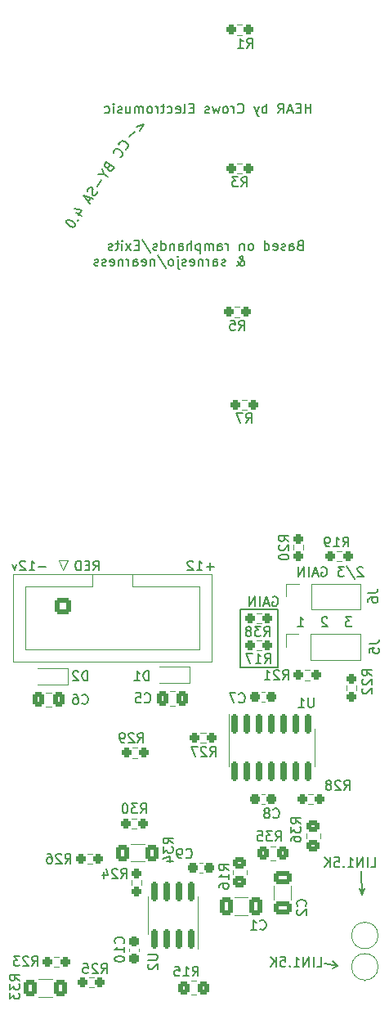
<source format=gbr>
%TF.GenerationSoftware,KiCad,Pcbnew,6.0.5-a6ca702e91~116~ubuntu22.04.1*%
%TF.CreationDate,2022-06-04T10:40:06-07:00*%
%TF.ProjectId,HEAR,48454152-2e6b-4696-9361-645f70636258,2.1*%
%TF.SameCoordinates,Original*%
%TF.FileFunction,Legend,Bot*%
%TF.FilePolarity,Positive*%
%FSLAX46Y46*%
G04 Gerber Fmt 4.6, Leading zero omitted, Abs format (unit mm)*
G04 Created by KiCad (PCBNEW 6.0.5-a6ca702e91~116~ubuntu22.04.1) date 2022-06-04 10:40:06*
%MOMM*%
%LPD*%
G01*
G04 APERTURE LIST*
G04 Aperture macros list*
%AMRoundRect*
0 Rectangle with rounded corners*
0 $1 Rounding radius*
0 $2 $3 $4 $5 $6 $7 $8 $9 X,Y pos of 4 corners*
0 Add a 4 corners polygon primitive as box body*
4,1,4,$2,$3,$4,$5,$6,$7,$8,$9,$2,$3,0*
0 Add four circle primitives for the rounded corners*
1,1,$1+$1,$2,$3*
1,1,$1+$1,$4,$5*
1,1,$1+$1,$6,$7*
1,1,$1+$1,$8,$9*
0 Add four rect primitives between the rounded corners*
20,1,$1+$1,$2,$3,$4,$5,0*
20,1,$1+$1,$4,$5,$6,$7,0*
20,1,$1+$1,$6,$7,$8,$9,0*
20,1,$1+$1,$8,$9,$2,$3,0*%
G04 Aperture macros list end*
%ADD10C,0.150000*%
%ADD11C,0.200000*%
%ADD12C,0.120000*%
%ADD13O,3.300000X2.000000*%
%ADD14O,2.000000X3.300000*%
%ADD15O,3.000000X4.000000*%
%ADD16C,1.800000*%
%ADD17O,4.000000X5.400000*%
%ADD18C,2.500000*%
%ADD19RoundRect,0.250000X0.337500X0.475000X-0.337500X0.475000X-0.337500X-0.475000X0.337500X-0.475000X0*%
%ADD20RoundRect,0.237500X0.300000X0.237500X-0.300000X0.237500X-0.300000X-0.237500X0.300000X-0.237500X0*%
%ADD21RoundRect,0.237500X-0.300000X-0.237500X0.300000X-0.237500X0.300000X0.237500X-0.300000X0.237500X0*%
%ADD22RoundRect,0.237500X0.237500X-0.300000X0.237500X0.300000X-0.237500X0.300000X-0.237500X-0.300000X0*%
%ADD23R,1.000000X1.000000*%
%ADD24RoundRect,0.237500X-0.250000X-0.237500X0.250000X-0.237500X0.250000X0.237500X-0.250000X0.237500X0*%
%ADD25RoundRect,0.237500X0.250000X0.237500X-0.250000X0.237500X-0.250000X-0.237500X0.250000X-0.237500X0*%
%ADD26RoundRect,0.237500X-0.237500X0.250000X-0.237500X-0.250000X0.237500X-0.250000X0.237500X0.250000X0*%
%ADD27RoundRect,0.150000X-0.150000X0.825000X-0.150000X-0.825000X0.150000X-0.825000X0.150000X0.825000X0*%
%ADD28RoundRect,0.250000X-0.600000X0.600000X-0.600000X-0.600000X0.600000X-0.600000X0.600000X0.600000X0*%
%ADD29C,1.700000*%
%ADD30RoundRect,0.250000X0.650000X-0.412500X0.650000X0.412500X-0.650000X0.412500X-0.650000X-0.412500X0*%
%ADD31RoundRect,0.250000X-0.400000X-0.625000X0.400000X-0.625000X0.400000X0.625000X-0.400000X0.625000X0*%
%ADD32RoundRect,0.250000X0.412500X0.650000X-0.412500X0.650000X-0.412500X-0.650000X0.412500X-0.650000X0*%
%ADD33R,1.700000X1.700000*%
%ADD34O,1.700000X1.700000*%
%ADD35RoundRect,0.250000X0.350000X0.450000X-0.350000X0.450000X-0.350000X-0.450000X0.350000X-0.450000X0*%
%ADD36RoundRect,0.250000X-0.450000X0.350000X-0.450000X-0.350000X0.450000X-0.350000X0.450000X0.350000X0*%
%ADD37RoundRect,0.250000X0.450000X-0.350000X0.450000X0.350000X-0.450000X0.350000X-0.450000X-0.350000X0*%
%ADD38RoundRect,0.237500X0.237500X-0.250000X0.237500X0.250000X-0.237500X0.250000X-0.237500X-0.250000X0*%
%ADD39RoundRect,0.150000X0.150000X-0.825000X0.150000X0.825000X-0.150000X0.825000X-0.150000X-0.825000X0*%
%ADD40C,1.600000*%
%ADD41O,1.600000X1.600000*%
G04 APERTURE END LIST*
D10*
X34493200Y-102082600D02*
X33985200Y-102336600D01*
X37033200Y-94716600D02*
X37287200Y-94081600D01*
X34493200Y-102082600D02*
X33985200Y-101574600D01*
D11*
X28252700Y-65150600D02*
X24396700Y-65150600D01*
X24396700Y-65150600D02*
X24396700Y-71151600D01*
X24396700Y-71151600D02*
X28252700Y-71151600D01*
X28252700Y-71151600D02*
X28252700Y-65150600D01*
D10*
X33096200Y-101828600D02*
X34493200Y-102082600D01*
X36906200Y-92303600D02*
X37033200Y-94716600D01*
X37033200Y-94716600D02*
X36779200Y-94081600D01*
D11*
X31686704Y-13812780D02*
X31686704Y-12812780D01*
X31686704Y-13288971D02*
X31115276Y-13288971D01*
X31115276Y-13812780D02*
X31115276Y-12812780D01*
X30639085Y-13288971D02*
X30305752Y-13288971D01*
X30162895Y-13812780D02*
X30639085Y-13812780D01*
X30639085Y-12812780D01*
X30162895Y-12812780D01*
X29781942Y-13527066D02*
X29305752Y-13527066D01*
X29877180Y-13812780D02*
X29543847Y-12812780D01*
X29210514Y-13812780D01*
X28305752Y-13812780D02*
X28639085Y-13336590D01*
X28877180Y-13812780D02*
X28877180Y-12812780D01*
X28496228Y-12812780D01*
X28400990Y-12860400D01*
X28353371Y-12908019D01*
X28305752Y-13003257D01*
X28305752Y-13146114D01*
X28353371Y-13241352D01*
X28400990Y-13288971D01*
X28496228Y-13336590D01*
X28877180Y-13336590D01*
X27115276Y-13812780D02*
X27115276Y-12812780D01*
X27115276Y-13193733D02*
X27020038Y-13146114D01*
X26829561Y-13146114D01*
X26734323Y-13193733D01*
X26686704Y-13241352D01*
X26639085Y-13336590D01*
X26639085Y-13622304D01*
X26686704Y-13717542D01*
X26734323Y-13765161D01*
X26829561Y-13812780D01*
X27020038Y-13812780D01*
X27115276Y-13765161D01*
X26305752Y-13146114D02*
X26067657Y-13812780D01*
X25829561Y-13146114D02*
X26067657Y-13812780D01*
X26162895Y-14050876D01*
X26210514Y-14098495D01*
X26305752Y-14146114D01*
X24115276Y-13717542D02*
X24162895Y-13765161D01*
X24305752Y-13812780D01*
X24400990Y-13812780D01*
X24543847Y-13765161D01*
X24639085Y-13669923D01*
X24686704Y-13574685D01*
X24734323Y-13384209D01*
X24734323Y-13241352D01*
X24686704Y-13050876D01*
X24639085Y-12955638D01*
X24543847Y-12860400D01*
X24400990Y-12812780D01*
X24305752Y-12812780D01*
X24162895Y-12860400D01*
X24115276Y-12908019D01*
X23686704Y-13812780D02*
X23686704Y-13146114D01*
X23686704Y-13336590D02*
X23639085Y-13241352D01*
X23591466Y-13193733D01*
X23496228Y-13146114D01*
X23400990Y-13146114D01*
X22924800Y-13812780D02*
X23020038Y-13765161D01*
X23067657Y-13717542D01*
X23115276Y-13622304D01*
X23115276Y-13336590D01*
X23067657Y-13241352D01*
X23020038Y-13193733D01*
X22924800Y-13146114D01*
X22781942Y-13146114D01*
X22686704Y-13193733D01*
X22639085Y-13241352D01*
X22591466Y-13336590D01*
X22591466Y-13622304D01*
X22639085Y-13717542D01*
X22686704Y-13765161D01*
X22781942Y-13812780D01*
X22924800Y-13812780D01*
X22258133Y-13146114D02*
X22067657Y-13812780D01*
X21877180Y-13336590D01*
X21686704Y-13812780D01*
X21496228Y-13146114D01*
X21162895Y-13765161D02*
X21067657Y-13812780D01*
X20877180Y-13812780D01*
X20781942Y-13765161D01*
X20734323Y-13669923D01*
X20734323Y-13622304D01*
X20781942Y-13527066D01*
X20877180Y-13479447D01*
X21020038Y-13479447D01*
X21115276Y-13431828D01*
X21162895Y-13336590D01*
X21162895Y-13288971D01*
X21115276Y-13193733D01*
X21020038Y-13146114D01*
X20877180Y-13146114D01*
X20781942Y-13193733D01*
X19543847Y-13288971D02*
X19210514Y-13288971D01*
X19067657Y-13812780D02*
X19543847Y-13812780D01*
X19543847Y-12812780D01*
X19067657Y-12812780D01*
X18496228Y-13812780D02*
X18591466Y-13765161D01*
X18639085Y-13669923D01*
X18639085Y-12812780D01*
X17734323Y-13765161D02*
X17829561Y-13812780D01*
X18020038Y-13812780D01*
X18115276Y-13765161D01*
X18162895Y-13669923D01*
X18162895Y-13288971D01*
X18115276Y-13193733D01*
X18020038Y-13146114D01*
X17829561Y-13146114D01*
X17734323Y-13193733D01*
X17686704Y-13288971D01*
X17686704Y-13384209D01*
X18162895Y-13479447D01*
X16829561Y-13765161D02*
X16924800Y-13812780D01*
X17115276Y-13812780D01*
X17210514Y-13765161D01*
X17258133Y-13717542D01*
X17305752Y-13622304D01*
X17305752Y-13336590D01*
X17258133Y-13241352D01*
X17210514Y-13193733D01*
X17115276Y-13146114D01*
X16924800Y-13146114D01*
X16829561Y-13193733D01*
X16543847Y-13146114D02*
X16162895Y-13146114D01*
X16400990Y-12812780D02*
X16400990Y-13669923D01*
X16353371Y-13765161D01*
X16258133Y-13812780D01*
X16162895Y-13812780D01*
X15829561Y-13812780D02*
X15829561Y-13146114D01*
X15829561Y-13336590D02*
X15781942Y-13241352D01*
X15734323Y-13193733D01*
X15639085Y-13146114D01*
X15543847Y-13146114D01*
X15067657Y-13812780D02*
X15162895Y-13765161D01*
X15210514Y-13717542D01*
X15258133Y-13622304D01*
X15258133Y-13336590D01*
X15210514Y-13241352D01*
X15162895Y-13193733D01*
X15067657Y-13146114D01*
X14924800Y-13146114D01*
X14829561Y-13193733D01*
X14781942Y-13241352D01*
X14734323Y-13336590D01*
X14734323Y-13622304D01*
X14781942Y-13717542D01*
X14829561Y-13765161D01*
X14924800Y-13812780D01*
X15067657Y-13812780D01*
X14305752Y-13812780D02*
X14305752Y-13146114D01*
X14305752Y-13241352D02*
X14258133Y-13193733D01*
X14162895Y-13146114D01*
X14020038Y-13146114D01*
X13924800Y-13193733D01*
X13877180Y-13288971D01*
X13877180Y-13812780D01*
X13877180Y-13288971D02*
X13829561Y-13193733D01*
X13734323Y-13146114D01*
X13591466Y-13146114D01*
X13496228Y-13193733D01*
X13448609Y-13288971D01*
X13448609Y-13812780D01*
X12543847Y-13146114D02*
X12543847Y-13812780D01*
X12972419Y-13146114D02*
X12972419Y-13669923D01*
X12924800Y-13765161D01*
X12829561Y-13812780D01*
X12686704Y-13812780D01*
X12591466Y-13765161D01*
X12543847Y-13717542D01*
X12115276Y-13765161D02*
X12020038Y-13812780D01*
X11829561Y-13812780D01*
X11734323Y-13765161D01*
X11686704Y-13669923D01*
X11686704Y-13622304D01*
X11734323Y-13527066D01*
X11829561Y-13479447D01*
X11972419Y-13479447D01*
X12067657Y-13431828D01*
X12115276Y-13336590D01*
X12115276Y-13288971D01*
X12067657Y-13193733D01*
X11972419Y-13146114D01*
X11829561Y-13146114D01*
X11734323Y-13193733D01*
X11258133Y-13812780D02*
X11258133Y-13146114D01*
X11258133Y-12812780D02*
X11305752Y-12860400D01*
X11258133Y-12908019D01*
X11210514Y-12860400D01*
X11258133Y-12812780D01*
X11258133Y-12908019D01*
X10353371Y-13765161D02*
X10448609Y-13812780D01*
X10639085Y-13812780D01*
X10734323Y-13765161D01*
X10781942Y-13717542D01*
X10829561Y-13622304D01*
X10829561Y-13336590D01*
X10781942Y-13241352D01*
X10734323Y-13193733D01*
X10639085Y-13146114D01*
X10448609Y-13146114D01*
X10353371Y-13193733D01*
D10*
X30573071Y-27469971D02*
X30430214Y-27517590D01*
X30382595Y-27565209D01*
X30334976Y-27660447D01*
X30334976Y-27803304D01*
X30382595Y-27898542D01*
X30430214Y-27946161D01*
X30525452Y-27993780D01*
X30906404Y-27993780D01*
X30906404Y-26993780D01*
X30573071Y-26993780D01*
X30477833Y-27041400D01*
X30430214Y-27089019D01*
X30382595Y-27184257D01*
X30382595Y-27279495D01*
X30430214Y-27374733D01*
X30477833Y-27422352D01*
X30573071Y-27469971D01*
X30906404Y-27469971D01*
X29477833Y-27993780D02*
X29477833Y-27469971D01*
X29525452Y-27374733D01*
X29620690Y-27327114D01*
X29811166Y-27327114D01*
X29906404Y-27374733D01*
X29477833Y-27946161D02*
X29573071Y-27993780D01*
X29811166Y-27993780D01*
X29906404Y-27946161D01*
X29954023Y-27850923D01*
X29954023Y-27755685D01*
X29906404Y-27660447D01*
X29811166Y-27612828D01*
X29573071Y-27612828D01*
X29477833Y-27565209D01*
X29049261Y-27946161D02*
X28954023Y-27993780D01*
X28763547Y-27993780D01*
X28668309Y-27946161D01*
X28620690Y-27850923D01*
X28620690Y-27803304D01*
X28668309Y-27708066D01*
X28763547Y-27660447D01*
X28906404Y-27660447D01*
X29001642Y-27612828D01*
X29049261Y-27517590D01*
X29049261Y-27469971D01*
X29001642Y-27374733D01*
X28906404Y-27327114D01*
X28763547Y-27327114D01*
X28668309Y-27374733D01*
X27811166Y-27946161D02*
X27906404Y-27993780D01*
X28096880Y-27993780D01*
X28192119Y-27946161D01*
X28239738Y-27850923D01*
X28239738Y-27469971D01*
X28192119Y-27374733D01*
X28096880Y-27327114D01*
X27906404Y-27327114D01*
X27811166Y-27374733D01*
X27763547Y-27469971D01*
X27763547Y-27565209D01*
X28239738Y-27660447D01*
X26906404Y-27993780D02*
X26906404Y-26993780D01*
X26906404Y-27946161D02*
X27001642Y-27993780D01*
X27192119Y-27993780D01*
X27287357Y-27946161D01*
X27334976Y-27898542D01*
X27382595Y-27803304D01*
X27382595Y-27517590D01*
X27334976Y-27422352D01*
X27287357Y-27374733D01*
X27192119Y-27327114D01*
X27001642Y-27327114D01*
X26906404Y-27374733D01*
X25525452Y-27993780D02*
X25620690Y-27946161D01*
X25668309Y-27898542D01*
X25715928Y-27803304D01*
X25715928Y-27517590D01*
X25668309Y-27422352D01*
X25620690Y-27374733D01*
X25525452Y-27327114D01*
X25382595Y-27327114D01*
X25287357Y-27374733D01*
X25239738Y-27422352D01*
X25192119Y-27517590D01*
X25192119Y-27803304D01*
X25239738Y-27898542D01*
X25287357Y-27946161D01*
X25382595Y-27993780D01*
X25525452Y-27993780D01*
X24763547Y-27327114D02*
X24763547Y-27993780D01*
X24763547Y-27422352D02*
X24715928Y-27374733D01*
X24620690Y-27327114D01*
X24477833Y-27327114D01*
X24382595Y-27374733D01*
X24334976Y-27469971D01*
X24334976Y-27993780D01*
X23096880Y-27993780D02*
X23096880Y-27327114D01*
X23096880Y-27517590D02*
X23049261Y-27422352D01*
X23001642Y-27374733D01*
X22906404Y-27327114D01*
X22811166Y-27327114D01*
X22049261Y-27993780D02*
X22049261Y-27469971D01*
X22096880Y-27374733D01*
X22192119Y-27327114D01*
X22382595Y-27327114D01*
X22477833Y-27374733D01*
X22049261Y-27946161D02*
X22144500Y-27993780D01*
X22382595Y-27993780D01*
X22477833Y-27946161D01*
X22525452Y-27850923D01*
X22525452Y-27755685D01*
X22477833Y-27660447D01*
X22382595Y-27612828D01*
X22144500Y-27612828D01*
X22049261Y-27565209D01*
X21573071Y-27993780D02*
X21573071Y-27327114D01*
X21573071Y-27422352D02*
X21525452Y-27374733D01*
X21430214Y-27327114D01*
X21287357Y-27327114D01*
X21192119Y-27374733D01*
X21144500Y-27469971D01*
X21144500Y-27993780D01*
X21144500Y-27469971D02*
X21096880Y-27374733D01*
X21001642Y-27327114D01*
X20858785Y-27327114D01*
X20763547Y-27374733D01*
X20715928Y-27469971D01*
X20715928Y-27993780D01*
X20239738Y-27327114D02*
X20239738Y-28327114D01*
X20239738Y-27374733D02*
X20144500Y-27327114D01*
X19954023Y-27327114D01*
X19858785Y-27374733D01*
X19811166Y-27422352D01*
X19763547Y-27517590D01*
X19763547Y-27803304D01*
X19811166Y-27898542D01*
X19858785Y-27946161D01*
X19954023Y-27993780D01*
X20144500Y-27993780D01*
X20239738Y-27946161D01*
X19334976Y-27993780D02*
X19334976Y-26993780D01*
X18906404Y-27993780D02*
X18906404Y-27469971D01*
X18954023Y-27374733D01*
X19049261Y-27327114D01*
X19192119Y-27327114D01*
X19287357Y-27374733D01*
X19334976Y-27422352D01*
X18001642Y-27993780D02*
X18001642Y-27469971D01*
X18049261Y-27374733D01*
X18144500Y-27327114D01*
X18334976Y-27327114D01*
X18430214Y-27374733D01*
X18001642Y-27946161D02*
X18096880Y-27993780D01*
X18334976Y-27993780D01*
X18430214Y-27946161D01*
X18477833Y-27850923D01*
X18477833Y-27755685D01*
X18430214Y-27660447D01*
X18334976Y-27612828D01*
X18096880Y-27612828D01*
X18001642Y-27565209D01*
X17525452Y-27327114D02*
X17525452Y-27993780D01*
X17525452Y-27422352D02*
X17477833Y-27374733D01*
X17382595Y-27327114D01*
X17239738Y-27327114D01*
X17144500Y-27374733D01*
X17096880Y-27469971D01*
X17096880Y-27993780D01*
X16192119Y-27993780D02*
X16192119Y-26993780D01*
X16192119Y-27946161D02*
X16287357Y-27993780D01*
X16477833Y-27993780D01*
X16573071Y-27946161D01*
X16620690Y-27898542D01*
X16668309Y-27803304D01*
X16668309Y-27517590D01*
X16620690Y-27422352D01*
X16573071Y-27374733D01*
X16477833Y-27327114D01*
X16287357Y-27327114D01*
X16192119Y-27374733D01*
X15763547Y-27946161D02*
X15668309Y-27993780D01*
X15477833Y-27993780D01*
X15382595Y-27946161D01*
X15334976Y-27850923D01*
X15334976Y-27803304D01*
X15382595Y-27708066D01*
X15477833Y-27660447D01*
X15620690Y-27660447D01*
X15715928Y-27612828D01*
X15763547Y-27517590D01*
X15763547Y-27469971D01*
X15715928Y-27374733D01*
X15620690Y-27327114D01*
X15477833Y-27327114D01*
X15382595Y-27374733D01*
X14192119Y-26946161D02*
X15049261Y-28231876D01*
X13858785Y-27469971D02*
X13525452Y-27469971D01*
X13382595Y-27993780D02*
X13858785Y-27993780D01*
X13858785Y-26993780D01*
X13382595Y-26993780D01*
X13049261Y-27993780D02*
X12525452Y-27327114D01*
X13049261Y-27327114D02*
X12525452Y-27993780D01*
X12144500Y-27993780D02*
X12144500Y-27327114D01*
X12144500Y-26993780D02*
X12192119Y-27041400D01*
X12144500Y-27089019D01*
X12096880Y-27041400D01*
X12144500Y-26993780D01*
X12144500Y-27089019D01*
X11811166Y-27327114D02*
X11430214Y-27327114D01*
X11668309Y-26993780D02*
X11668309Y-27850923D01*
X11620690Y-27946161D01*
X11525452Y-27993780D01*
X11430214Y-27993780D01*
X11144500Y-27946161D02*
X11049261Y-27993780D01*
X10858785Y-27993780D01*
X10763547Y-27946161D01*
X10715928Y-27850923D01*
X10715928Y-27803304D01*
X10763547Y-27708066D01*
X10858785Y-27660447D01*
X11001642Y-27660447D01*
X11096880Y-27612828D01*
X11144500Y-27517590D01*
X11144500Y-27469971D01*
X11096880Y-27374733D01*
X11001642Y-27327114D01*
X10858785Y-27327114D01*
X10763547Y-27374733D01*
X24001642Y-29603780D02*
X24049261Y-29603780D01*
X24144500Y-29556161D01*
X24287357Y-29413304D01*
X24525452Y-29127590D01*
X24620690Y-28984733D01*
X24668309Y-28841876D01*
X24668309Y-28746638D01*
X24620690Y-28651400D01*
X24525452Y-28603780D01*
X24477833Y-28603780D01*
X24382595Y-28651400D01*
X24334976Y-28746638D01*
X24334976Y-28794257D01*
X24382595Y-28889495D01*
X24430214Y-28937114D01*
X24715928Y-29127590D01*
X24763547Y-29175209D01*
X24811166Y-29270447D01*
X24811166Y-29413304D01*
X24763547Y-29508542D01*
X24715928Y-29556161D01*
X24620690Y-29603780D01*
X24477833Y-29603780D01*
X24382595Y-29556161D01*
X24334976Y-29508542D01*
X24192119Y-29318066D01*
X24144500Y-29175209D01*
X24144500Y-29079971D01*
X22858785Y-29556161D02*
X22763547Y-29603780D01*
X22573071Y-29603780D01*
X22477833Y-29556161D01*
X22430214Y-29460923D01*
X22430214Y-29413304D01*
X22477833Y-29318066D01*
X22573071Y-29270447D01*
X22715928Y-29270447D01*
X22811166Y-29222828D01*
X22858785Y-29127590D01*
X22858785Y-29079971D01*
X22811166Y-28984733D01*
X22715928Y-28937114D01*
X22573071Y-28937114D01*
X22477833Y-28984733D01*
X21573071Y-29603780D02*
X21573071Y-29079971D01*
X21620690Y-28984733D01*
X21715928Y-28937114D01*
X21906404Y-28937114D01*
X22001642Y-28984733D01*
X21573071Y-29556161D02*
X21668309Y-29603780D01*
X21906404Y-29603780D01*
X22001642Y-29556161D01*
X22049261Y-29460923D01*
X22049261Y-29365685D01*
X22001642Y-29270447D01*
X21906404Y-29222828D01*
X21668309Y-29222828D01*
X21573071Y-29175209D01*
X21096880Y-29603780D02*
X21096880Y-28937114D01*
X21096880Y-29127590D02*
X21049261Y-29032352D01*
X21001642Y-28984733D01*
X20906404Y-28937114D01*
X20811166Y-28937114D01*
X20477833Y-28937114D02*
X20477833Y-29603780D01*
X20477833Y-29032352D02*
X20430214Y-28984733D01*
X20334976Y-28937114D01*
X20192119Y-28937114D01*
X20096880Y-28984733D01*
X20049261Y-29079971D01*
X20049261Y-29603780D01*
X19192119Y-29556161D02*
X19287357Y-29603780D01*
X19477833Y-29603780D01*
X19573071Y-29556161D01*
X19620690Y-29460923D01*
X19620690Y-29079971D01*
X19573071Y-28984733D01*
X19477833Y-28937114D01*
X19287357Y-28937114D01*
X19192119Y-28984733D01*
X19144500Y-29079971D01*
X19144500Y-29175209D01*
X19620690Y-29270447D01*
X18763547Y-29556161D02*
X18668309Y-29603780D01*
X18477833Y-29603780D01*
X18382595Y-29556161D01*
X18334976Y-29460923D01*
X18334976Y-29413304D01*
X18382595Y-29318066D01*
X18477833Y-29270447D01*
X18620690Y-29270447D01*
X18715928Y-29222828D01*
X18763547Y-29127590D01*
X18763547Y-29079971D01*
X18715928Y-28984733D01*
X18620690Y-28937114D01*
X18477833Y-28937114D01*
X18382595Y-28984733D01*
X17906404Y-28937114D02*
X17906404Y-29794257D01*
X17954023Y-29889495D01*
X18049261Y-29937114D01*
X18096880Y-29937114D01*
X17906404Y-28603780D02*
X17954023Y-28651400D01*
X17906404Y-28699019D01*
X17858785Y-28651400D01*
X17906404Y-28603780D01*
X17906404Y-28699019D01*
X17287357Y-29603780D02*
X17382595Y-29556161D01*
X17430214Y-29508542D01*
X17477833Y-29413304D01*
X17477833Y-29127590D01*
X17430214Y-29032352D01*
X17382595Y-28984733D01*
X17287357Y-28937114D01*
X17144500Y-28937114D01*
X17049261Y-28984733D01*
X17001642Y-29032352D01*
X16954023Y-29127590D01*
X16954023Y-29413304D01*
X17001642Y-29508542D01*
X17049261Y-29556161D01*
X17144500Y-29603780D01*
X17287357Y-29603780D01*
X15811166Y-28556161D02*
X16668309Y-29841876D01*
X15477833Y-28937114D02*
X15477833Y-29603780D01*
X15477833Y-29032352D02*
X15430214Y-28984733D01*
X15334976Y-28937114D01*
X15192119Y-28937114D01*
X15096880Y-28984733D01*
X15049261Y-29079971D01*
X15049261Y-29603780D01*
X14192119Y-29556161D02*
X14287357Y-29603780D01*
X14477833Y-29603780D01*
X14573071Y-29556161D01*
X14620690Y-29460923D01*
X14620690Y-29079971D01*
X14573071Y-28984733D01*
X14477833Y-28937114D01*
X14287357Y-28937114D01*
X14192119Y-28984733D01*
X14144500Y-29079971D01*
X14144500Y-29175209D01*
X14620690Y-29270447D01*
X13287357Y-29603780D02*
X13287357Y-29079971D01*
X13334976Y-28984733D01*
X13430214Y-28937114D01*
X13620690Y-28937114D01*
X13715928Y-28984733D01*
X13287357Y-29556161D02*
X13382595Y-29603780D01*
X13620690Y-29603780D01*
X13715928Y-29556161D01*
X13763547Y-29460923D01*
X13763547Y-29365685D01*
X13715928Y-29270447D01*
X13620690Y-29222828D01*
X13382595Y-29222828D01*
X13287357Y-29175209D01*
X12811166Y-29603780D02*
X12811166Y-28937114D01*
X12811166Y-29127590D02*
X12763547Y-29032352D01*
X12715928Y-28984733D01*
X12620690Y-28937114D01*
X12525452Y-28937114D01*
X12192119Y-28937114D02*
X12192119Y-29603780D01*
X12192119Y-29032352D02*
X12144500Y-28984733D01*
X12049261Y-28937114D01*
X11906404Y-28937114D01*
X11811166Y-28984733D01*
X11763547Y-29079971D01*
X11763547Y-29603780D01*
X10906404Y-29556161D02*
X11001642Y-29603780D01*
X11192119Y-29603780D01*
X11287357Y-29556161D01*
X11334976Y-29460923D01*
X11334976Y-29079971D01*
X11287357Y-28984733D01*
X11192119Y-28937114D01*
X11001642Y-28937114D01*
X10906404Y-28984733D01*
X10858785Y-29079971D01*
X10858785Y-29175209D01*
X11334976Y-29270447D01*
X10477833Y-29556161D02*
X10382595Y-29603780D01*
X10192119Y-29603780D01*
X10096880Y-29556161D01*
X10049261Y-29460923D01*
X10049261Y-29413304D01*
X10096880Y-29318066D01*
X10192119Y-29270447D01*
X10334976Y-29270447D01*
X10430214Y-29222828D01*
X10477833Y-29127590D01*
X10477833Y-29079971D01*
X10430214Y-28984733D01*
X10334976Y-28937114D01*
X10192119Y-28937114D01*
X10096880Y-28984733D01*
X9668309Y-29556161D02*
X9573071Y-29603780D01*
X9382595Y-29603780D01*
X9287357Y-29556161D01*
X9239738Y-29460923D01*
X9239738Y-29413304D01*
X9287357Y-29318066D01*
X9382595Y-29270447D01*
X9525452Y-29270447D01*
X9620690Y-29222828D01*
X9668309Y-29127590D01*
X9668309Y-29079971D01*
X9620690Y-28984733D01*
X9525452Y-28937114D01*
X9382595Y-28937114D01*
X9287357Y-28984733D01*
X9182657Y-61152380D02*
X9515990Y-60676190D01*
X9754085Y-61152380D02*
X9754085Y-60152380D01*
X9373133Y-60152380D01*
X9277895Y-60200000D01*
X9230276Y-60247619D01*
X9182657Y-60342857D01*
X9182657Y-60485714D01*
X9230276Y-60580952D01*
X9277895Y-60628571D01*
X9373133Y-60676190D01*
X9754085Y-60676190D01*
X8754085Y-60628571D02*
X8420752Y-60628571D01*
X8277895Y-61152380D02*
X8754085Y-61152380D01*
X8754085Y-60152380D01*
X8277895Y-60152380D01*
X7849323Y-61152380D02*
X7849323Y-60152380D01*
X7611228Y-60152380D01*
X7468371Y-60200000D01*
X7373133Y-60295238D01*
X7325514Y-60390476D01*
X7277895Y-60580952D01*
X7277895Y-60723809D01*
X7325514Y-60914285D01*
X7373133Y-61009523D01*
X7468371Y-61104761D01*
X7611228Y-61152380D01*
X7849323Y-61152380D01*
X4259685Y-60771428D02*
X3497780Y-60771428D01*
X2497780Y-61152380D02*
X3069209Y-61152380D01*
X2783495Y-61152380D02*
X2783495Y-60152380D01*
X2878733Y-60295238D01*
X2973971Y-60390476D01*
X3069209Y-60438095D01*
X2116828Y-60247619D02*
X2069209Y-60200000D01*
X1973971Y-60152380D01*
X1735876Y-60152380D01*
X1640638Y-60200000D01*
X1593019Y-60247619D01*
X1545400Y-60342857D01*
X1545400Y-60438095D01*
X1593019Y-60580952D01*
X2164447Y-61152380D01*
X1545400Y-61152380D01*
X1212066Y-60485714D02*
X973971Y-61152380D01*
X735876Y-60485714D01*
X37088342Y-60863219D02*
X37040723Y-60815600D01*
X36945485Y-60767980D01*
X36707390Y-60767980D01*
X36612152Y-60815600D01*
X36564533Y-60863219D01*
X36516914Y-60958457D01*
X36516914Y-61053695D01*
X36564533Y-61196552D01*
X37135961Y-61767980D01*
X36516914Y-61767980D01*
X35374057Y-60720361D02*
X36231200Y-62006076D01*
X35135961Y-60767980D02*
X34516914Y-60767980D01*
X34850247Y-61148933D01*
X34707390Y-61148933D01*
X34612152Y-61196552D01*
X34564533Y-61244171D01*
X34516914Y-61339409D01*
X34516914Y-61577504D01*
X34564533Y-61672742D01*
X34612152Y-61720361D01*
X34707390Y-61767980D01*
X34993104Y-61767980D01*
X35088342Y-61720361D01*
X35135961Y-61672742D01*
X32802628Y-60815600D02*
X32897866Y-60767980D01*
X33040723Y-60767980D01*
X33183580Y-60815600D01*
X33278819Y-60910838D01*
X33326438Y-61006076D01*
X33374057Y-61196552D01*
X33374057Y-61339409D01*
X33326438Y-61529885D01*
X33278819Y-61625123D01*
X33183580Y-61720361D01*
X33040723Y-61767980D01*
X32945485Y-61767980D01*
X32802628Y-61720361D01*
X32755009Y-61672742D01*
X32755009Y-61339409D01*
X32945485Y-61339409D01*
X32374057Y-61482266D02*
X31897866Y-61482266D01*
X32469295Y-61767980D02*
X32135961Y-60767980D01*
X31802628Y-61767980D01*
X31469295Y-61767980D02*
X31469295Y-60767980D01*
X30993104Y-61767980D02*
X30993104Y-60767980D01*
X30421676Y-61767980D01*
X30421676Y-60767980D01*
X21633333Y-60771428D02*
X20871428Y-60771428D01*
X21252380Y-61152380D02*
X21252380Y-60390476D01*
X19871428Y-61152380D02*
X20442857Y-61152380D01*
X20157142Y-61152380D02*
X20157142Y-60152380D01*
X20252380Y-60295238D01*
X20347619Y-60390476D01*
X20442857Y-60438095D01*
X19490476Y-60247619D02*
X19442857Y-60200000D01*
X19347619Y-60152380D01*
X19109523Y-60152380D01*
X19014285Y-60200000D01*
X18966666Y-60247619D01*
X18919047Y-60342857D01*
X18919047Y-60438095D01*
X18966666Y-60580952D01*
X19538095Y-61152380D01*
X18919047Y-61152380D01*
X13621526Y-15241307D02*
X14388832Y-14970433D01*
X13988833Y-15679046D01*
X13440396Y-15766266D02*
X12856743Y-16256009D01*
X27728571Y-63900000D02*
X27823809Y-63852380D01*
X27966666Y-63852380D01*
X28109523Y-63900000D01*
X28204761Y-63995238D01*
X28252380Y-64090476D01*
X28300000Y-64280952D01*
X28300000Y-64423809D01*
X28252380Y-64614285D01*
X28204761Y-64709523D01*
X28109523Y-64804761D01*
X27966666Y-64852380D01*
X27871428Y-64852380D01*
X27728571Y-64804761D01*
X27680952Y-64757142D01*
X27680952Y-64423809D01*
X27871428Y-64423809D01*
X27300000Y-64566666D02*
X26823809Y-64566666D01*
X27395238Y-64852380D02*
X27061904Y-63852380D01*
X26728571Y-64852380D01*
X26395238Y-64852380D02*
X26395238Y-63852380D01*
X25919047Y-64852380D02*
X25919047Y-63852380D01*
X25347619Y-64852380D01*
X25347619Y-63852380D01*
X12488883Y-17551668D02*
X12554989Y-17538818D01*
X12674352Y-17447013D01*
X12727608Y-17368057D01*
X12768015Y-17222994D01*
X12742316Y-17090782D01*
X12689988Y-16998048D01*
X12558704Y-16852057D01*
X12440270Y-16772172D01*
X12255730Y-16705137D01*
X12150146Y-16691359D01*
X12017934Y-16717058D01*
X11898571Y-16808864D01*
X11845314Y-16887820D01*
X11804908Y-17032882D01*
X11817757Y-17098988D01*
X11929690Y-18380706D02*
X11995796Y-18367856D01*
X12115159Y-18276050D01*
X12168416Y-18197094D01*
X12208822Y-18052032D01*
X12183123Y-17919820D01*
X12130795Y-17827085D01*
X11999511Y-17681094D01*
X11881077Y-17601210D01*
X11696537Y-17534175D01*
X11590953Y-17520396D01*
X11458741Y-17546096D01*
X11339378Y-17637901D01*
X11286121Y-17716857D01*
X11245715Y-17861919D01*
X11258565Y-17928026D01*
X10722285Y-19404347D02*
X10681878Y-19549409D01*
X10694728Y-19615515D01*
X10747056Y-19708250D01*
X10865490Y-19788134D01*
X10971074Y-19801913D01*
X11037180Y-19789063D01*
X11129914Y-19736735D01*
X11342940Y-19420912D01*
X10513903Y-18861719D01*
X10327505Y-19138065D01*
X10313727Y-19243649D01*
X10326576Y-19309755D01*
X10378904Y-19402489D01*
X10457860Y-19455746D01*
X10563444Y-19469524D01*
X10629550Y-19456675D01*
X10722285Y-19404347D01*
X10908683Y-19128001D01*
X10282455Y-20141579D02*
X10677234Y-20407861D01*
X10034595Y-19572322D02*
X10282455Y-20141579D01*
X9661799Y-20125014D01*
X9988615Y-20747527D02*
X9562564Y-21379175D01*
X9599255Y-21920874D02*
X9558849Y-22065936D01*
X9425707Y-22263326D01*
X9332973Y-22315654D01*
X9266867Y-22328504D01*
X9161283Y-22314725D01*
X9082327Y-22261469D01*
X9029999Y-22168734D01*
X9017149Y-22102628D01*
X9030928Y-21997044D01*
X9097963Y-21812504D01*
X9111741Y-21706919D01*
X9098891Y-21640813D01*
X9046564Y-21548079D01*
X8967608Y-21494822D01*
X8862023Y-21481044D01*
X8795917Y-21493894D01*
X8703183Y-21546221D01*
X8570042Y-21743611D01*
X8529635Y-21888673D01*
X8869301Y-22577292D02*
X8603018Y-22972072D01*
X9159425Y-22658106D02*
X8143990Y-22375259D01*
X8786630Y-23210798D01*
X7381835Y-24101298D02*
X7934526Y-24474093D01*
X7199152Y-23690882D02*
X7924463Y-23892916D01*
X7578296Y-24406129D01*
X7562660Y-24855094D02*
X7575510Y-24921201D01*
X7641616Y-24908351D01*
X7628766Y-24842245D01*
X7562660Y-24855094D01*
X7641616Y-24908351D01*
X6439783Y-24901850D02*
X6386527Y-24980806D01*
X6372748Y-25086390D01*
X6385598Y-25152496D01*
X6437926Y-25245230D01*
X6569209Y-25391221D01*
X6766599Y-25524362D01*
X6951139Y-25591397D01*
X7056723Y-25605176D01*
X7122830Y-25592326D01*
X7215564Y-25539998D01*
X7268821Y-25461042D01*
X7282599Y-25355458D01*
X7269749Y-25289352D01*
X7217422Y-25196618D01*
X7086138Y-25050627D01*
X6888748Y-24917486D01*
X6704208Y-24850451D01*
X6598624Y-24836672D01*
X6532517Y-24849522D01*
X6439783Y-24901850D01*
D11*
X35905723Y-65974980D02*
X35286676Y-65974980D01*
X35620009Y-66355933D01*
X35477152Y-66355933D01*
X35381914Y-66403552D01*
X35334295Y-66451171D01*
X35286676Y-66546409D01*
X35286676Y-66784504D01*
X35334295Y-66879742D01*
X35381914Y-66927361D01*
X35477152Y-66974980D01*
X35762866Y-66974980D01*
X35858104Y-66927361D01*
X35905723Y-66879742D01*
X33381914Y-66070219D02*
X33334295Y-66022600D01*
X33239057Y-65974980D01*
X33000961Y-65974980D01*
X32905723Y-66022600D01*
X32858104Y-66070219D01*
X32810485Y-66165457D01*
X32810485Y-66260695D01*
X32858104Y-66403552D01*
X33429533Y-66974980D01*
X32810485Y-66974980D01*
X30334295Y-66974980D02*
X30905723Y-66974980D01*
X30620009Y-66974980D02*
X30620009Y-65974980D01*
X30715247Y-66117838D01*
X30810485Y-66213076D01*
X30905723Y-66260695D01*
D10*
%TO.C,C5*%
X14466866Y-74753742D02*
X14514485Y-74801361D01*
X14657342Y-74848980D01*
X14752580Y-74848980D01*
X14895438Y-74801361D01*
X14990676Y-74706123D01*
X15038295Y-74610885D01*
X15085914Y-74420409D01*
X15085914Y-74277552D01*
X15038295Y-74087076D01*
X14990676Y-73991838D01*
X14895438Y-73896600D01*
X14752580Y-73848980D01*
X14657342Y-73848980D01*
X14514485Y-73896600D01*
X14466866Y-73944219D01*
X13562104Y-73848980D02*
X14038295Y-73848980D01*
X14085914Y-74325171D01*
X14038295Y-74277552D01*
X13943057Y-74229933D01*
X13704961Y-74229933D01*
X13609723Y-74277552D01*
X13562104Y-74325171D01*
X13514485Y-74420409D01*
X13514485Y-74658504D01*
X13562104Y-74753742D01*
X13609723Y-74801361D01*
X13704961Y-74848980D01*
X13943057Y-74848980D01*
X14038295Y-74801361D01*
X14085914Y-74753742D01*
%TO.C,C6*%
X7989866Y-74880742D02*
X8037485Y-74928361D01*
X8180342Y-74975980D01*
X8275580Y-74975980D01*
X8418438Y-74928361D01*
X8513676Y-74833123D01*
X8561295Y-74737885D01*
X8608914Y-74547409D01*
X8608914Y-74404552D01*
X8561295Y-74214076D01*
X8513676Y-74118838D01*
X8418438Y-74023600D01*
X8275580Y-73975980D01*
X8180342Y-73975980D01*
X8037485Y-74023600D01*
X7989866Y-74071219D01*
X7132723Y-73975980D02*
X7323200Y-73975980D01*
X7418438Y-74023600D01*
X7466057Y-74071219D01*
X7561295Y-74214076D01*
X7608914Y-74404552D01*
X7608914Y-74785504D01*
X7561295Y-74880742D01*
X7513676Y-74928361D01*
X7418438Y-74975980D01*
X7227961Y-74975980D01*
X7132723Y-74928361D01*
X7085104Y-74880742D01*
X7037485Y-74785504D01*
X7037485Y-74547409D01*
X7085104Y-74452171D01*
X7132723Y-74404552D01*
X7227961Y-74356933D01*
X7418438Y-74356933D01*
X7513676Y-74404552D01*
X7561295Y-74452171D01*
X7608914Y-74547409D01*
%TO.C,C7*%
X24245866Y-74753742D02*
X24293485Y-74801361D01*
X24436342Y-74848980D01*
X24531580Y-74848980D01*
X24674438Y-74801361D01*
X24769676Y-74706123D01*
X24817295Y-74610885D01*
X24864914Y-74420409D01*
X24864914Y-74277552D01*
X24817295Y-74087076D01*
X24769676Y-73991838D01*
X24674438Y-73896600D01*
X24531580Y-73848980D01*
X24436342Y-73848980D01*
X24293485Y-73896600D01*
X24245866Y-73944219D01*
X23912533Y-73848980D02*
X23245866Y-73848980D01*
X23674438Y-74848980D01*
%TO.C,C8*%
X27801866Y-86691742D02*
X27849485Y-86739361D01*
X27992342Y-86786980D01*
X28087580Y-86786980D01*
X28230438Y-86739361D01*
X28325676Y-86644123D01*
X28373295Y-86548885D01*
X28420914Y-86358409D01*
X28420914Y-86215552D01*
X28373295Y-86025076D01*
X28325676Y-85929838D01*
X28230438Y-85834600D01*
X28087580Y-85786980D01*
X27992342Y-85786980D01*
X27849485Y-85834600D01*
X27801866Y-85882219D01*
X27230438Y-86215552D02*
X27325676Y-86167933D01*
X27373295Y-86120314D01*
X27420914Y-86025076D01*
X27420914Y-85977457D01*
X27373295Y-85882219D01*
X27325676Y-85834600D01*
X27230438Y-85786980D01*
X27039961Y-85786980D01*
X26944723Y-85834600D01*
X26897104Y-85882219D01*
X26849485Y-85977457D01*
X26849485Y-86025076D01*
X26897104Y-86120314D01*
X26944723Y-86167933D01*
X27039961Y-86215552D01*
X27230438Y-86215552D01*
X27325676Y-86263171D01*
X27373295Y-86310790D01*
X27420914Y-86406028D01*
X27420914Y-86596504D01*
X27373295Y-86691742D01*
X27325676Y-86739361D01*
X27230438Y-86786980D01*
X27039961Y-86786980D01*
X26944723Y-86739361D01*
X26897104Y-86691742D01*
X26849485Y-86596504D01*
X26849485Y-86406028D01*
X26897104Y-86310790D01*
X26944723Y-86263171D01*
X27039961Y-86215552D01*
%TO.C,C9*%
X18765666Y-90855142D02*
X18813285Y-90902761D01*
X18956142Y-90950380D01*
X19051380Y-90950380D01*
X19194238Y-90902761D01*
X19289476Y-90807523D01*
X19337095Y-90712285D01*
X19384714Y-90521809D01*
X19384714Y-90378952D01*
X19337095Y-90188476D01*
X19289476Y-90093238D01*
X19194238Y-89998000D01*
X19051380Y-89950380D01*
X18956142Y-89950380D01*
X18813285Y-89998000D01*
X18765666Y-90045619D01*
X18289476Y-90950380D02*
X18099000Y-90950380D01*
X18003761Y-90902761D01*
X17956142Y-90855142D01*
X17860904Y-90712285D01*
X17813285Y-90521809D01*
X17813285Y-90140857D01*
X17860904Y-90045619D01*
X17908523Y-89998000D01*
X18003761Y-89950380D01*
X18194238Y-89950380D01*
X18289476Y-89998000D01*
X18337095Y-90045619D01*
X18384714Y-90140857D01*
X18384714Y-90378952D01*
X18337095Y-90474190D01*
X18289476Y-90521809D01*
X18194238Y-90569428D01*
X18003761Y-90569428D01*
X17908523Y-90521809D01*
X17860904Y-90474190D01*
X17813285Y-90378952D01*
%TO.C,C10*%
X12275942Y-99735742D02*
X12323561Y-99688123D01*
X12371180Y-99545266D01*
X12371180Y-99450028D01*
X12323561Y-99307171D01*
X12228323Y-99211933D01*
X12133085Y-99164314D01*
X11942609Y-99116695D01*
X11799752Y-99116695D01*
X11609276Y-99164314D01*
X11514038Y-99211933D01*
X11418800Y-99307171D01*
X11371180Y-99450028D01*
X11371180Y-99545266D01*
X11418800Y-99688123D01*
X11466419Y-99735742D01*
X12371180Y-100688123D02*
X12371180Y-100116695D01*
X12371180Y-100402409D02*
X11371180Y-100402409D01*
X11514038Y-100307171D01*
X11609276Y-100211933D01*
X11656895Y-100116695D01*
X11371180Y-101307171D02*
X11371180Y-101402409D01*
X11418800Y-101497647D01*
X11466419Y-101545266D01*
X11561657Y-101592885D01*
X11752133Y-101640504D01*
X11990228Y-101640504D01*
X12180704Y-101592885D01*
X12275942Y-101545266D01*
X12323561Y-101497647D01*
X12371180Y-101402409D01*
X12371180Y-101307171D01*
X12323561Y-101211933D01*
X12275942Y-101164314D01*
X12180704Y-101116695D01*
X11990228Y-101069076D01*
X11752133Y-101069076D01*
X11561657Y-101116695D01*
X11466419Y-101164314D01*
X11418800Y-101211933D01*
X11371180Y-101307171D01*
%TO.C,D1*%
X14911295Y-72562980D02*
X14911295Y-71562980D01*
X14673200Y-71562980D01*
X14530342Y-71610600D01*
X14435104Y-71705838D01*
X14387485Y-71801076D01*
X14339866Y-71991552D01*
X14339866Y-72134409D01*
X14387485Y-72324885D01*
X14435104Y-72420123D01*
X14530342Y-72515361D01*
X14673200Y-72562980D01*
X14911295Y-72562980D01*
X13387485Y-72562980D02*
X13958914Y-72562980D01*
X13673200Y-72562980D02*
X13673200Y-71562980D01*
X13768438Y-71705838D01*
X13863676Y-71801076D01*
X13958914Y-71848695D01*
%TO.C,D2*%
X8561295Y-72562980D02*
X8561295Y-71562980D01*
X8323200Y-71562980D01*
X8180342Y-71610600D01*
X8085104Y-71705838D01*
X8037485Y-71801076D01*
X7989866Y-71991552D01*
X7989866Y-72134409D01*
X8037485Y-72324885D01*
X8085104Y-72420123D01*
X8180342Y-72515361D01*
X8323200Y-72562980D01*
X8561295Y-72562980D01*
X7608914Y-71658219D02*
X7561295Y-71610600D01*
X7466057Y-71562980D01*
X7227961Y-71562980D01*
X7132723Y-71610600D01*
X7085104Y-71658219D01*
X7037485Y-71753457D01*
X7037485Y-71848695D01*
X7085104Y-71991552D01*
X7656533Y-72562980D01*
X7037485Y-72562980D01*
%TO.C,R17*%
X26919357Y-70752380D02*
X27252690Y-70276190D01*
X27490785Y-70752380D02*
X27490785Y-69752380D01*
X27109833Y-69752380D01*
X27014595Y-69800000D01*
X26966976Y-69847619D01*
X26919357Y-69942857D01*
X26919357Y-70085714D01*
X26966976Y-70180952D01*
X27014595Y-70228571D01*
X27109833Y-70276190D01*
X27490785Y-70276190D01*
X25966976Y-70752380D02*
X26538404Y-70752380D01*
X26252690Y-70752380D02*
X26252690Y-69752380D01*
X26347928Y-69895238D01*
X26443166Y-69990476D01*
X26538404Y-70038095D01*
X25633642Y-69752380D02*
X24966976Y-69752380D01*
X25395547Y-70752380D01*
%TO.C,R19*%
X35009057Y-58686980D02*
X35342390Y-58210790D01*
X35580485Y-58686980D02*
X35580485Y-57686980D01*
X35199533Y-57686980D01*
X35104295Y-57734600D01*
X35056676Y-57782219D01*
X35009057Y-57877457D01*
X35009057Y-58020314D01*
X35056676Y-58115552D01*
X35104295Y-58163171D01*
X35199533Y-58210790D01*
X35580485Y-58210790D01*
X34056676Y-58686980D02*
X34628104Y-58686980D01*
X34342390Y-58686980D02*
X34342390Y-57686980D01*
X34437628Y-57829838D01*
X34532866Y-57925076D01*
X34628104Y-57972695D01*
X33580485Y-58686980D02*
X33390009Y-58686980D01*
X33294771Y-58639361D01*
X33247152Y-58591742D01*
X33151914Y-58448885D01*
X33104295Y-58258409D01*
X33104295Y-57877457D01*
X33151914Y-57782219D01*
X33199533Y-57734600D01*
X33294771Y-57686980D01*
X33485247Y-57686980D01*
X33580485Y-57734600D01*
X33628104Y-57782219D01*
X33675723Y-57877457D01*
X33675723Y-58115552D01*
X33628104Y-58210790D01*
X33580485Y-58258409D01*
X33485247Y-58306028D01*
X33294771Y-58306028D01*
X33199533Y-58258409D01*
X33151914Y-58210790D01*
X33104295Y-58115552D01*
%TO.C,R20*%
X29400780Y-58132742D02*
X28924590Y-57799409D01*
X29400780Y-57561314D02*
X28400780Y-57561314D01*
X28400780Y-57942266D01*
X28448400Y-58037504D01*
X28496019Y-58085123D01*
X28591257Y-58132742D01*
X28734114Y-58132742D01*
X28829352Y-58085123D01*
X28876971Y-58037504D01*
X28924590Y-57942266D01*
X28924590Y-57561314D01*
X28496019Y-58513695D02*
X28448400Y-58561314D01*
X28400780Y-58656552D01*
X28400780Y-58894647D01*
X28448400Y-58989885D01*
X28496019Y-59037504D01*
X28591257Y-59085123D01*
X28686495Y-59085123D01*
X28829352Y-59037504D01*
X29400780Y-58466076D01*
X29400780Y-59085123D01*
X28400780Y-59704171D02*
X28400780Y-59799409D01*
X28448400Y-59894647D01*
X28496019Y-59942266D01*
X28591257Y-59989885D01*
X28781733Y-60037504D01*
X29019828Y-60037504D01*
X29210304Y-59989885D01*
X29305542Y-59942266D01*
X29353161Y-59894647D01*
X29400780Y-59799409D01*
X29400780Y-59704171D01*
X29353161Y-59608933D01*
X29305542Y-59561314D01*
X29210304Y-59513695D01*
X29019828Y-59466076D01*
X28781733Y-59466076D01*
X28591257Y-59513695D01*
X28496019Y-59561314D01*
X28448400Y-59608933D01*
X28400780Y-59704171D01*
%TO.C,R21*%
X28786057Y-72435980D02*
X29119390Y-71959790D01*
X29357485Y-72435980D02*
X29357485Y-71435980D01*
X28976533Y-71435980D01*
X28881295Y-71483600D01*
X28833676Y-71531219D01*
X28786057Y-71626457D01*
X28786057Y-71769314D01*
X28833676Y-71864552D01*
X28881295Y-71912171D01*
X28976533Y-71959790D01*
X29357485Y-71959790D01*
X28405104Y-71531219D02*
X28357485Y-71483600D01*
X28262247Y-71435980D01*
X28024152Y-71435980D01*
X27928914Y-71483600D01*
X27881295Y-71531219D01*
X27833676Y-71626457D01*
X27833676Y-71721695D01*
X27881295Y-71864552D01*
X28452723Y-72435980D01*
X27833676Y-72435980D01*
X26881295Y-72435980D02*
X27452723Y-72435980D01*
X27167009Y-72435980D02*
X27167009Y-71435980D01*
X27262247Y-71578838D01*
X27357485Y-71674076D01*
X27452723Y-71721695D01*
%TO.C,R22*%
X38003380Y-72022142D02*
X37527190Y-71688809D01*
X38003380Y-71450714D02*
X37003380Y-71450714D01*
X37003380Y-71831666D01*
X37051000Y-71926904D01*
X37098619Y-71974523D01*
X37193857Y-72022142D01*
X37336714Y-72022142D01*
X37431952Y-71974523D01*
X37479571Y-71926904D01*
X37527190Y-71831666D01*
X37527190Y-71450714D01*
X37098619Y-72403095D02*
X37051000Y-72450714D01*
X37003380Y-72545952D01*
X37003380Y-72784047D01*
X37051000Y-72879285D01*
X37098619Y-72926904D01*
X37193857Y-72974523D01*
X37289095Y-72974523D01*
X37431952Y-72926904D01*
X38003380Y-72355476D01*
X38003380Y-72974523D01*
X37098619Y-73355476D02*
X37051000Y-73403095D01*
X37003380Y-73498333D01*
X37003380Y-73736428D01*
X37051000Y-73831666D01*
X37098619Y-73879285D01*
X37193857Y-73926904D01*
X37289095Y-73926904D01*
X37431952Y-73879285D01*
X38003380Y-73307857D01*
X38003380Y-73926904D01*
%TO.C,R27*%
X21248457Y-80383980D02*
X21581790Y-79907790D01*
X21819885Y-80383980D02*
X21819885Y-79383980D01*
X21438933Y-79383980D01*
X21343695Y-79431600D01*
X21296076Y-79479219D01*
X21248457Y-79574457D01*
X21248457Y-79717314D01*
X21296076Y-79812552D01*
X21343695Y-79860171D01*
X21438933Y-79907790D01*
X21819885Y-79907790D01*
X20867504Y-79479219D02*
X20819885Y-79431600D01*
X20724647Y-79383980D01*
X20486552Y-79383980D01*
X20391314Y-79431600D01*
X20343695Y-79479219D01*
X20296076Y-79574457D01*
X20296076Y-79669695D01*
X20343695Y-79812552D01*
X20915123Y-80383980D01*
X20296076Y-80383980D01*
X19962742Y-79383980D02*
X19296076Y-79383980D01*
X19724647Y-80383980D01*
%TO.C,R28*%
X35136057Y-83865980D02*
X35469390Y-83389790D01*
X35707485Y-83865980D02*
X35707485Y-82865980D01*
X35326533Y-82865980D01*
X35231295Y-82913600D01*
X35183676Y-82961219D01*
X35136057Y-83056457D01*
X35136057Y-83199314D01*
X35183676Y-83294552D01*
X35231295Y-83342171D01*
X35326533Y-83389790D01*
X35707485Y-83389790D01*
X34755104Y-82961219D02*
X34707485Y-82913600D01*
X34612247Y-82865980D01*
X34374152Y-82865980D01*
X34278914Y-82913600D01*
X34231295Y-82961219D01*
X34183676Y-83056457D01*
X34183676Y-83151695D01*
X34231295Y-83294552D01*
X34802723Y-83865980D01*
X34183676Y-83865980D01*
X33612247Y-83294552D02*
X33707485Y-83246933D01*
X33755104Y-83199314D01*
X33802723Y-83104076D01*
X33802723Y-83056457D01*
X33755104Y-82961219D01*
X33707485Y-82913600D01*
X33612247Y-82865980D01*
X33421771Y-82865980D01*
X33326533Y-82913600D01*
X33278914Y-82961219D01*
X33231295Y-83056457D01*
X33231295Y-83104076D01*
X33278914Y-83199314D01*
X33326533Y-83246933D01*
X33421771Y-83294552D01*
X33612247Y-83294552D01*
X33707485Y-83342171D01*
X33755104Y-83389790D01*
X33802723Y-83485028D01*
X33802723Y-83675504D01*
X33755104Y-83770742D01*
X33707485Y-83818361D01*
X33612247Y-83865980D01*
X33421771Y-83865980D01*
X33326533Y-83818361D01*
X33278914Y-83770742D01*
X33231295Y-83675504D01*
X33231295Y-83485028D01*
X33278914Y-83389790D01*
X33326533Y-83342171D01*
X33421771Y-83294552D01*
%TO.C,R29*%
X13755457Y-78961580D02*
X14088790Y-78485390D01*
X14326885Y-78961580D02*
X14326885Y-77961580D01*
X13945933Y-77961580D01*
X13850695Y-78009200D01*
X13803076Y-78056819D01*
X13755457Y-78152057D01*
X13755457Y-78294914D01*
X13803076Y-78390152D01*
X13850695Y-78437771D01*
X13945933Y-78485390D01*
X14326885Y-78485390D01*
X13374504Y-78056819D02*
X13326885Y-78009200D01*
X13231647Y-77961580D01*
X12993552Y-77961580D01*
X12898314Y-78009200D01*
X12850695Y-78056819D01*
X12803076Y-78152057D01*
X12803076Y-78247295D01*
X12850695Y-78390152D01*
X13422123Y-78961580D01*
X12803076Y-78961580D01*
X12326885Y-78961580D02*
X12136409Y-78961580D01*
X12041171Y-78913961D01*
X11993552Y-78866342D01*
X11898314Y-78723485D01*
X11850695Y-78533009D01*
X11850695Y-78152057D01*
X11898314Y-78056819D01*
X11945933Y-78009200D01*
X12041171Y-77961580D01*
X12231647Y-77961580D01*
X12326885Y-78009200D01*
X12374504Y-78056819D01*
X12422123Y-78152057D01*
X12422123Y-78390152D01*
X12374504Y-78485390D01*
X12326885Y-78533009D01*
X12231647Y-78580628D01*
X12041171Y-78580628D01*
X11945933Y-78533009D01*
X11898314Y-78485390D01*
X11850695Y-78390152D01*
%TO.C,R30*%
X14054057Y-86278980D02*
X14387390Y-85802790D01*
X14625485Y-86278980D02*
X14625485Y-85278980D01*
X14244533Y-85278980D01*
X14149295Y-85326600D01*
X14101676Y-85374219D01*
X14054057Y-85469457D01*
X14054057Y-85612314D01*
X14101676Y-85707552D01*
X14149295Y-85755171D01*
X14244533Y-85802790D01*
X14625485Y-85802790D01*
X13720723Y-85278980D02*
X13101676Y-85278980D01*
X13435009Y-85659933D01*
X13292152Y-85659933D01*
X13196914Y-85707552D01*
X13149295Y-85755171D01*
X13101676Y-85850409D01*
X13101676Y-86088504D01*
X13149295Y-86183742D01*
X13196914Y-86231361D01*
X13292152Y-86278980D01*
X13577866Y-86278980D01*
X13673104Y-86231361D01*
X13720723Y-86183742D01*
X12482628Y-85278980D02*
X12387390Y-85278980D01*
X12292152Y-85326600D01*
X12244533Y-85374219D01*
X12196914Y-85469457D01*
X12149295Y-85659933D01*
X12149295Y-85898028D01*
X12196914Y-86088504D01*
X12244533Y-86183742D01*
X12292152Y-86231361D01*
X12387390Y-86278980D01*
X12482628Y-86278980D01*
X12577866Y-86231361D01*
X12625485Y-86183742D01*
X12673104Y-86088504D01*
X12720723Y-85898028D01*
X12720723Y-85659933D01*
X12673104Y-85469457D01*
X12625485Y-85374219D01*
X12577866Y-85326600D01*
X12482628Y-85278980D01*
%TO.C,U1*%
X31978504Y-74331580D02*
X31978504Y-75141104D01*
X31930885Y-75236342D01*
X31883266Y-75283961D01*
X31788028Y-75331580D01*
X31597552Y-75331580D01*
X31502314Y-75283961D01*
X31454695Y-75236342D01*
X31407076Y-75141104D01*
X31407076Y-74331580D01*
X30407076Y-75331580D02*
X30978504Y-75331580D01*
X30692790Y-75331580D02*
X30692790Y-74331580D01*
X30788028Y-74474438D01*
X30883266Y-74569676D01*
X30978504Y-74617295D01*
%TO.C,R7*%
X24957066Y-45875180D02*
X25290400Y-45398990D01*
X25528495Y-45875180D02*
X25528495Y-44875180D01*
X25147542Y-44875180D01*
X25052304Y-44922800D01*
X25004685Y-44970419D01*
X24957066Y-45065657D01*
X24957066Y-45208514D01*
X25004685Y-45303752D01*
X25052304Y-45351371D01*
X25147542Y-45398990D01*
X25528495Y-45398990D01*
X24623733Y-44875180D02*
X23957066Y-44875180D01*
X24385638Y-45875180D01*
%TO.C,C2*%
X31148142Y-95868533D02*
X31195761Y-95820914D01*
X31243380Y-95678057D01*
X31243380Y-95582819D01*
X31195761Y-95439961D01*
X31100523Y-95344723D01*
X31005285Y-95297104D01*
X30814809Y-95249485D01*
X30671952Y-95249485D01*
X30481476Y-95297104D01*
X30386238Y-95344723D01*
X30291000Y-95439961D01*
X30243380Y-95582819D01*
X30243380Y-95678057D01*
X30291000Y-95820914D01*
X30338619Y-95868533D01*
X30338619Y-96249485D02*
X30291000Y-96297104D01*
X30243380Y-96392342D01*
X30243380Y-96630438D01*
X30291000Y-96725676D01*
X30338619Y-96773295D01*
X30433857Y-96820914D01*
X30529095Y-96820914D01*
X30671952Y-96773295D01*
X31243380Y-96201866D01*
X31243380Y-96820914D01*
%TO.C,R34*%
X17400380Y-89423342D02*
X16924190Y-89090009D01*
X17400380Y-88851914D02*
X16400380Y-88851914D01*
X16400380Y-89232866D01*
X16448000Y-89328104D01*
X16495619Y-89375723D01*
X16590857Y-89423342D01*
X16733714Y-89423342D01*
X16828952Y-89375723D01*
X16876571Y-89328104D01*
X16924190Y-89232866D01*
X16924190Y-88851914D01*
X16400380Y-89756676D02*
X16400380Y-90375723D01*
X16781333Y-90042390D01*
X16781333Y-90185247D01*
X16828952Y-90280485D01*
X16876571Y-90328104D01*
X16971809Y-90375723D01*
X17209904Y-90375723D01*
X17305142Y-90328104D01*
X17352761Y-90280485D01*
X17400380Y-90185247D01*
X17400380Y-89899533D01*
X17352761Y-89804295D01*
X17305142Y-89756676D01*
X16733714Y-91232866D02*
X17400380Y-91232866D01*
X16352761Y-90994771D02*
X17067047Y-90756676D01*
X17067047Y-91375723D01*
%TO.C,C1*%
X26436466Y-98246542D02*
X26484085Y-98294161D01*
X26626942Y-98341780D01*
X26722180Y-98341780D01*
X26865038Y-98294161D01*
X26960276Y-98198923D01*
X27007895Y-98103685D01*
X27055514Y-97913209D01*
X27055514Y-97770352D01*
X27007895Y-97579876D01*
X26960276Y-97484638D01*
X26865038Y-97389400D01*
X26722180Y-97341780D01*
X26626942Y-97341780D01*
X26484085Y-97389400D01*
X26436466Y-97437019D01*
X25484085Y-98341780D02*
X26055514Y-98341780D01*
X25769800Y-98341780D02*
X25769800Y-97341780D01*
X25865038Y-97484638D01*
X25960276Y-97579876D01*
X26055514Y-97627495D01*
%TO.C,J5*%
X37755580Y-68729266D02*
X38469866Y-68729266D01*
X38612723Y-68681647D01*
X38707961Y-68586409D01*
X38755580Y-68443552D01*
X38755580Y-68348314D01*
X37755580Y-69681647D02*
X37755580Y-69205457D01*
X38231771Y-69157838D01*
X38184152Y-69205457D01*
X38136533Y-69300695D01*
X38136533Y-69538790D01*
X38184152Y-69634028D01*
X38231771Y-69681647D01*
X38327009Y-69729266D01*
X38565104Y-69729266D01*
X38660342Y-69681647D01*
X38707961Y-69634028D01*
X38755580Y-69538790D01*
X38755580Y-69300695D01*
X38707961Y-69205457D01*
X38660342Y-69157838D01*
%TO.C,R23*%
X2808057Y-102075580D02*
X3141390Y-101599390D01*
X3379485Y-102075580D02*
X3379485Y-101075580D01*
X2998533Y-101075580D01*
X2903295Y-101123200D01*
X2855676Y-101170819D01*
X2808057Y-101266057D01*
X2808057Y-101408914D01*
X2855676Y-101504152D01*
X2903295Y-101551771D01*
X2998533Y-101599390D01*
X3379485Y-101599390D01*
X2427104Y-101170819D02*
X2379485Y-101123200D01*
X2284247Y-101075580D01*
X2046152Y-101075580D01*
X1950914Y-101123200D01*
X1903295Y-101170819D01*
X1855676Y-101266057D01*
X1855676Y-101361295D01*
X1903295Y-101504152D01*
X2474723Y-102075580D01*
X1855676Y-102075580D01*
X1522342Y-101075580D02*
X903295Y-101075580D01*
X1236628Y-101456533D01*
X1093771Y-101456533D01*
X998533Y-101504152D01*
X950914Y-101551771D01*
X903295Y-101647009D01*
X903295Y-101885104D01*
X950914Y-101980342D01*
X998533Y-102027961D01*
X1093771Y-102075580D01*
X1379485Y-102075580D01*
X1474723Y-102027961D01*
X1522342Y-101980342D01*
%TO.C,R35*%
X28030257Y-89146980D02*
X28363590Y-88670790D01*
X28601685Y-89146980D02*
X28601685Y-88146980D01*
X28220733Y-88146980D01*
X28125495Y-88194600D01*
X28077876Y-88242219D01*
X28030257Y-88337457D01*
X28030257Y-88480314D01*
X28077876Y-88575552D01*
X28125495Y-88623171D01*
X28220733Y-88670790D01*
X28601685Y-88670790D01*
X27696923Y-88146980D02*
X27077876Y-88146980D01*
X27411209Y-88527933D01*
X27268352Y-88527933D01*
X27173114Y-88575552D01*
X27125495Y-88623171D01*
X27077876Y-88718409D01*
X27077876Y-88956504D01*
X27125495Y-89051742D01*
X27173114Y-89099361D01*
X27268352Y-89146980D01*
X27554066Y-89146980D01*
X27649304Y-89099361D01*
X27696923Y-89051742D01*
X26173114Y-88146980D02*
X26649304Y-88146980D01*
X26696923Y-88623171D01*
X26649304Y-88575552D01*
X26554066Y-88527933D01*
X26315971Y-88527933D01*
X26220733Y-88575552D01*
X26173114Y-88623171D01*
X26125495Y-88718409D01*
X26125495Y-88956504D01*
X26173114Y-89051742D01*
X26220733Y-89099361D01*
X26315971Y-89146980D01*
X26554066Y-89146980D01*
X26649304Y-89099361D01*
X26696923Y-89051742D01*
%TO.C,R5*%
X24245866Y-36273980D02*
X24579200Y-35797790D01*
X24817295Y-36273980D02*
X24817295Y-35273980D01*
X24436342Y-35273980D01*
X24341104Y-35321600D01*
X24293485Y-35369219D01*
X24245866Y-35464457D01*
X24245866Y-35607314D01*
X24293485Y-35702552D01*
X24341104Y-35750171D01*
X24436342Y-35797790D01*
X24817295Y-35797790D01*
X23341104Y-35273980D02*
X23817295Y-35273980D01*
X23864914Y-35750171D01*
X23817295Y-35702552D01*
X23722057Y-35654933D01*
X23483961Y-35654933D01*
X23388723Y-35702552D01*
X23341104Y-35750171D01*
X23293485Y-35845409D01*
X23293485Y-36083504D01*
X23341104Y-36178742D01*
X23388723Y-36226361D01*
X23483961Y-36273980D01*
X23722057Y-36273980D01*
X23817295Y-36226361D01*
X23864914Y-36178742D01*
%TO.C,R15*%
X19445057Y-103142380D02*
X19778390Y-102666190D01*
X20016485Y-103142380D02*
X20016485Y-102142380D01*
X19635533Y-102142380D01*
X19540295Y-102190000D01*
X19492676Y-102237619D01*
X19445057Y-102332857D01*
X19445057Y-102475714D01*
X19492676Y-102570952D01*
X19540295Y-102618571D01*
X19635533Y-102666190D01*
X20016485Y-102666190D01*
X18492676Y-103142380D02*
X19064104Y-103142380D01*
X18778390Y-103142380D02*
X18778390Y-102142380D01*
X18873628Y-102285238D01*
X18968866Y-102380476D01*
X19064104Y-102428095D01*
X17587914Y-102142380D02*
X18064104Y-102142380D01*
X18111723Y-102618571D01*
X18064104Y-102570952D01*
X17968866Y-102523333D01*
X17730771Y-102523333D01*
X17635533Y-102570952D01*
X17587914Y-102618571D01*
X17540295Y-102713809D01*
X17540295Y-102951904D01*
X17587914Y-103047142D01*
X17635533Y-103094761D01*
X17730771Y-103142380D01*
X17968866Y-103142380D01*
X18064104Y-103094761D01*
X18111723Y-103047142D01*
%TO.C,R16*%
X23191580Y-92191942D02*
X22715390Y-91858609D01*
X23191580Y-91620514D02*
X22191580Y-91620514D01*
X22191580Y-92001466D01*
X22239200Y-92096704D01*
X22286819Y-92144323D01*
X22382057Y-92191942D01*
X22524914Y-92191942D01*
X22620152Y-92144323D01*
X22667771Y-92096704D01*
X22715390Y-92001466D01*
X22715390Y-91620514D01*
X23191580Y-93144323D02*
X23191580Y-92572895D01*
X23191580Y-92858609D02*
X22191580Y-92858609D01*
X22334438Y-92763371D01*
X22429676Y-92668133D01*
X22477295Y-92572895D01*
X22191580Y-94001466D02*
X22191580Y-93810990D01*
X22239200Y-93715752D01*
X22286819Y-93668133D01*
X22429676Y-93572895D01*
X22620152Y-93525276D01*
X23001104Y-93525276D01*
X23096342Y-93572895D01*
X23143961Y-93620514D01*
X23191580Y-93715752D01*
X23191580Y-93906228D01*
X23143961Y-94001466D01*
X23096342Y-94049085D01*
X23001104Y-94096704D01*
X22763009Y-94096704D01*
X22667771Y-94049085D01*
X22620152Y-94001466D01*
X22572533Y-93906228D01*
X22572533Y-93715752D01*
X22620152Y-93620514D01*
X22667771Y-93572895D01*
X22763009Y-93525276D01*
%TO.C,R36*%
X30627580Y-87342742D02*
X30151390Y-87009409D01*
X30627580Y-86771314D02*
X29627580Y-86771314D01*
X29627580Y-87152266D01*
X29675200Y-87247504D01*
X29722819Y-87295123D01*
X29818057Y-87342742D01*
X29960914Y-87342742D01*
X30056152Y-87295123D01*
X30103771Y-87247504D01*
X30151390Y-87152266D01*
X30151390Y-86771314D01*
X29627580Y-87676076D02*
X29627580Y-88295123D01*
X30008533Y-87961790D01*
X30008533Y-88104647D01*
X30056152Y-88199885D01*
X30103771Y-88247504D01*
X30199009Y-88295123D01*
X30437104Y-88295123D01*
X30532342Y-88247504D01*
X30579961Y-88199885D01*
X30627580Y-88104647D01*
X30627580Y-87818933D01*
X30579961Y-87723695D01*
X30532342Y-87676076D01*
X29627580Y-89152266D02*
X29627580Y-88961790D01*
X29675200Y-88866552D01*
X29722819Y-88818933D01*
X29865676Y-88723695D01*
X30056152Y-88676076D01*
X30437104Y-88676076D01*
X30532342Y-88723695D01*
X30579961Y-88771314D01*
X30627580Y-88866552D01*
X30627580Y-89057028D01*
X30579961Y-89152266D01*
X30532342Y-89199885D01*
X30437104Y-89247504D01*
X30199009Y-89247504D01*
X30103771Y-89199885D01*
X30056152Y-89152266D01*
X30008533Y-89057028D01*
X30008533Y-88866552D01*
X30056152Y-88771314D01*
X30103771Y-88723695D01*
X30199009Y-88676076D01*
%TO.C,R24*%
X12028257Y-93033180D02*
X12361590Y-92556990D01*
X12599685Y-93033180D02*
X12599685Y-92033180D01*
X12218733Y-92033180D01*
X12123495Y-92080800D01*
X12075876Y-92128419D01*
X12028257Y-92223657D01*
X12028257Y-92366514D01*
X12075876Y-92461752D01*
X12123495Y-92509371D01*
X12218733Y-92556990D01*
X12599685Y-92556990D01*
X11647304Y-92128419D02*
X11599685Y-92080800D01*
X11504447Y-92033180D01*
X11266352Y-92033180D01*
X11171114Y-92080800D01*
X11123495Y-92128419D01*
X11075876Y-92223657D01*
X11075876Y-92318895D01*
X11123495Y-92461752D01*
X11694923Y-93033180D01*
X11075876Y-93033180D01*
X10218733Y-92366514D02*
X10218733Y-93033180D01*
X10456828Y-91985561D02*
X10694923Y-92699847D01*
X10075876Y-92699847D01*
%TO.C,U2*%
X14825580Y-100886695D02*
X15635104Y-100886695D01*
X15730342Y-100934314D01*
X15777961Y-100981933D01*
X15825580Y-101077171D01*
X15825580Y-101267647D01*
X15777961Y-101362885D01*
X15730342Y-101410504D01*
X15635104Y-101458123D01*
X14825580Y-101458123D01*
X14920819Y-101886695D02*
X14873200Y-101934314D01*
X14825580Y-102029552D01*
X14825580Y-102267647D01*
X14873200Y-102362885D01*
X14920819Y-102410504D01*
X15016057Y-102458123D01*
X15111295Y-102458123D01*
X15254152Y-102410504D01*
X15825580Y-101839076D01*
X15825580Y-102458123D01*
%TO.C,R2*%
X32318057Y-102153980D02*
X32794247Y-102153980D01*
X32794247Y-101153980D01*
X31984723Y-102153980D02*
X31984723Y-101153980D01*
X31508533Y-102153980D02*
X31508533Y-101153980D01*
X30937104Y-102153980D01*
X30937104Y-101153980D01*
X29937104Y-102153980D02*
X30508533Y-102153980D01*
X30222819Y-102153980D02*
X30222819Y-101153980D01*
X30318057Y-101296838D01*
X30413295Y-101392076D01*
X30508533Y-101439695D01*
X29508533Y-102058742D02*
X29460914Y-102106361D01*
X29508533Y-102153980D01*
X29556152Y-102106361D01*
X29508533Y-102058742D01*
X29508533Y-102153980D01*
X28556152Y-101153980D02*
X29032342Y-101153980D01*
X29079961Y-101630171D01*
X29032342Y-101582552D01*
X28937104Y-101534933D01*
X28699009Y-101534933D01*
X28603771Y-101582552D01*
X28556152Y-101630171D01*
X28508533Y-101725409D01*
X28508533Y-101963504D01*
X28556152Y-102058742D01*
X28603771Y-102106361D01*
X28699009Y-102153980D01*
X28937104Y-102153980D01*
X29032342Y-102106361D01*
X29079961Y-102058742D01*
X28079961Y-102153980D02*
X28079961Y-101153980D01*
X27508533Y-102153980D02*
X27937104Y-101582552D01*
X27508533Y-101153980D02*
X28079961Y-101725409D01*
%TO.C,J6*%
X37628580Y-63471466D02*
X38342866Y-63471466D01*
X38485723Y-63423847D01*
X38580961Y-63328609D01*
X38628580Y-63185752D01*
X38628580Y-63090514D01*
X37628580Y-64376228D02*
X37628580Y-64185752D01*
X37676200Y-64090514D01*
X37723819Y-64042895D01*
X37866676Y-63947657D01*
X38057152Y-63900038D01*
X38438104Y-63900038D01*
X38533342Y-63947657D01*
X38580961Y-63995276D01*
X38628580Y-64090514D01*
X38628580Y-64280990D01*
X38580961Y-64376228D01*
X38533342Y-64423847D01*
X38438104Y-64471466D01*
X38200009Y-64471466D01*
X38104771Y-64423847D01*
X38057152Y-64376228D01*
X38009533Y-64280990D01*
X38009533Y-64090514D01*
X38057152Y-63995276D01*
X38104771Y-63947657D01*
X38200009Y-63900038D01*
%TO.C,R25*%
X9970857Y-102837580D02*
X10304190Y-102361390D01*
X10542285Y-102837580D02*
X10542285Y-101837580D01*
X10161333Y-101837580D01*
X10066095Y-101885200D01*
X10018476Y-101932819D01*
X9970857Y-102028057D01*
X9970857Y-102170914D01*
X10018476Y-102266152D01*
X10066095Y-102313771D01*
X10161333Y-102361390D01*
X10542285Y-102361390D01*
X9589904Y-101932819D02*
X9542285Y-101885200D01*
X9447047Y-101837580D01*
X9208952Y-101837580D01*
X9113714Y-101885200D01*
X9066095Y-101932819D01*
X9018476Y-102028057D01*
X9018476Y-102123295D01*
X9066095Y-102266152D01*
X9637523Y-102837580D01*
X9018476Y-102837580D01*
X8113714Y-101837580D02*
X8589904Y-101837580D01*
X8637523Y-102313771D01*
X8589904Y-102266152D01*
X8494666Y-102218533D01*
X8256571Y-102218533D01*
X8161333Y-102266152D01*
X8113714Y-102313771D01*
X8066095Y-102409009D01*
X8066095Y-102647104D01*
X8113714Y-102742342D01*
X8161333Y-102789961D01*
X8256571Y-102837580D01*
X8494666Y-102837580D01*
X8589904Y-102789961D01*
X8637523Y-102742342D01*
%TO.C,R33*%
X1525380Y-103596542D02*
X1049190Y-103263209D01*
X1525380Y-103025114D02*
X525380Y-103025114D01*
X525380Y-103406066D01*
X573000Y-103501304D01*
X620619Y-103548923D01*
X715857Y-103596542D01*
X858714Y-103596542D01*
X953952Y-103548923D01*
X1001571Y-103501304D01*
X1049190Y-103406066D01*
X1049190Y-103025114D01*
X525380Y-103929876D02*
X525380Y-104548923D01*
X906333Y-104215590D01*
X906333Y-104358447D01*
X953952Y-104453685D01*
X1001571Y-104501304D01*
X1096809Y-104548923D01*
X1334904Y-104548923D01*
X1430142Y-104501304D01*
X1477761Y-104453685D01*
X1525380Y-104358447D01*
X1525380Y-104072733D01*
X1477761Y-103977495D01*
X1430142Y-103929876D01*
X525380Y-104882257D02*
X525380Y-105501304D01*
X906333Y-105167971D01*
X906333Y-105310828D01*
X953952Y-105406066D01*
X1001571Y-105453685D01*
X1096809Y-105501304D01*
X1334904Y-105501304D01*
X1430142Y-105453685D01*
X1477761Y-105406066D01*
X1525380Y-105310828D01*
X1525380Y-105025114D01*
X1477761Y-104929876D01*
X1430142Y-104882257D01*
%TO.C,R26*%
X6237057Y-91483780D02*
X6570390Y-91007590D01*
X6808485Y-91483780D02*
X6808485Y-90483780D01*
X6427533Y-90483780D01*
X6332295Y-90531400D01*
X6284676Y-90579019D01*
X6237057Y-90674257D01*
X6237057Y-90817114D01*
X6284676Y-90912352D01*
X6332295Y-90959971D01*
X6427533Y-91007590D01*
X6808485Y-91007590D01*
X5856104Y-90579019D02*
X5808485Y-90531400D01*
X5713247Y-90483780D01*
X5475152Y-90483780D01*
X5379914Y-90531400D01*
X5332295Y-90579019D01*
X5284676Y-90674257D01*
X5284676Y-90769495D01*
X5332295Y-90912352D01*
X5903723Y-91483780D01*
X5284676Y-91483780D01*
X4427533Y-90483780D02*
X4618009Y-90483780D01*
X4713247Y-90531400D01*
X4760866Y-90579019D01*
X4856104Y-90721876D01*
X4903723Y-90912352D01*
X4903723Y-91293304D01*
X4856104Y-91388542D01*
X4808485Y-91436161D01*
X4713247Y-91483780D01*
X4522771Y-91483780D01*
X4427533Y-91436161D01*
X4379914Y-91388542D01*
X4332295Y-91293304D01*
X4332295Y-91055209D01*
X4379914Y-90959971D01*
X4427533Y-90912352D01*
X4522771Y-90864733D01*
X4713247Y-90864733D01*
X4808485Y-90912352D01*
X4856104Y-90959971D01*
X4903723Y-91055209D01*
%TO.C,R38*%
X26842857Y-67949380D02*
X27176190Y-67473190D01*
X27414285Y-67949380D02*
X27414285Y-66949380D01*
X27033333Y-66949380D01*
X26938095Y-66997000D01*
X26890476Y-67044619D01*
X26842857Y-67139857D01*
X26842857Y-67282714D01*
X26890476Y-67377952D01*
X26938095Y-67425571D01*
X27033333Y-67473190D01*
X27414285Y-67473190D01*
X26509523Y-66949380D02*
X25890476Y-66949380D01*
X26223809Y-67330333D01*
X26080952Y-67330333D01*
X25985714Y-67377952D01*
X25938095Y-67425571D01*
X25890476Y-67520809D01*
X25890476Y-67758904D01*
X25938095Y-67854142D01*
X25985714Y-67901761D01*
X26080952Y-67949380D01*
X26366666Y-67949380D01*
X26461904Y-67901761D01*
X26509523Y-67854142D01*
X25319047Y-67377952D02*
X25414285Y-67330333D01*
X25461904Y-67282714D01*
X25509523Y-67187476D01*
X25509523Y-67139857D01*
X25461904Y-67044619D01*
X25414285Y-66997000D01*
X25319047Y-66949380D01*
X25128571Y-66949380D01*
X25033333Y-66997000D01*
X24985714Y-67044619D01*
X24938095Y-67139857D01*
X24938095Y-67187476D01*
X24985714Y-67282714D01*
X25033333Y-67330333D01*
X25128571Y-67377952D01*
X25319047Y-67377952D01*
X25414285Y-67425571D01*
X25461904Y-67473190D01*
X25509523Y-67568428D01*
X25509523Y-67758904D01*
X25461904Y-67854142D01*
X25414285Y-67901761D01*
X25319047Y-67949380D01*
X25128571Y-67949380D01*
X25033333Y-67901761D01*
X24985714Y-67854142D01*
X24938095Y-67758904D01*
X24938095Y-67568428D01*
X24985714Y-67473190D01*
X25033333Y-67425571D01*
X25128571Y-67377952D01*
%TO.C,R3*%
X24499866Y-21414980D02*
X24833200Y-20938790D01*
X25071295Y-21414980D02*
X25071295Y-20414980D01*
X24690342Y-20414980D01*
X24595104Y-20462600D01*
X24547485Y-20510219D01*
X24499866Y-20605457D01*
X24499866Y-20748314D01*
X24547485Y-20843552D01*
X24595104Y-20891171D01*
X24690342Y-20938790D01*
X25071295Y-20938790D01*
X24166533Y-20414980D02*
X23547485Y-20414980D01*
X23880819Y-20795933D01*
X23737961Y-20795933D01*
X23642723Y-20843552D01*
X23595104Y-20891171D01*
X23547485Y-20986409D01*
X23547485Y-21224504D01*
X23595104Y-21319742D01*
X23642723Y-21367361D01*
X23737961Y-21414980D01*
X24023676Y-21414980D01*
X24118914Y-21367361D01*
X24166533Y-21319742D01*
%TO.C,R1*%
X25066666Y-7063980D02*
X25400000Y-6587790D01*
X25638095Y-7063980D02*
X25638095Y-6063980D01*
X25257142Y-6063980D01*
X25161904Y-6111600D01*
X25114285Y-6159219D01*
X25066666Y-6254457D01*
X25066666Y-6397314D01*
X25114285Y-6492552D01*
X25161904Y-6540171D01*
X25257142Y-6587790D01*
X25638095Y-6587790D01*
X24114285Y-7063980D02*
X24685714Y-7063980D01*
X24400000Y-7063980D02*
X24400000Y-6063980D01*
X24495238Y-6206838D01*
X24590476Y-6302076D01*
X24685714Y-6349695D01*
%TO.C,R4*%
X37906057Y-91866980D02*
X38382247Y-91866980D01*
X38382247Y-90866980D01*
X37572723Y-91866980D02*
X37572723Y-90866980D01*
X37096533Y-91866980D02*
X37096533Y-90866980D01*
X36525104Y-91866980D01*
X36525104Y-90866980D01*
X35525104Y-91866980D02*
X36096533Y-91866980D01*
X35810819Y-91866980D02*
X35810819Y-90866980D01*
X35906057Y-91009838D01*
X36001295Y-91105076D01*
X36096533Y-91152695D01*
X35096533Y-91771742D02*
X35048914Y-91819361D01*
X35096533Y-91866980D01*
X35144152Y-91819361D01*
X35096533Y-91771742D01*
X35096533Y-91866980D01*
X34144152Y-90866980D02*
X34620342Y-90866980D01*
X34667961Y-91343171D01*
X34620342Y-91295552D01*
X34525104Y-91247933D01*
X34287009Y-91247933D01*
X34191771Y-91295552D01*
X34144152Y-91343171D01*
X34096533Y-91438409D01*
X34096533Y-91676504D01*
X34144152Y-91771742D01*
X34191771Y-91819361D01*
X34287009Y-91866980D01*
X34525104Y-91866980D01*
X34620342Y-91819361D01*
X34667961Y-91771742D01*
X33667961Y-91866980D02*
X33667961Y-90866980D01*
X33096533Y-91866980D02*
X33525104Y-91295552D01*
X33096533Y-90866980D02*
X33667961Y-91438409D01*
D12*
%TO.C,C5*%
X17609452Y-73661600D02*
X17086948Y-73661600D01*
X17609452Y-75131600D02*
X17086948Y-75131600D01*
%TO.C,C6*%
X4782452Y-75258600D02*
X4259948Y-75258600D01*
X4782452Y-73788600D02*
X4259948Y-73788600D01*
%TO.C,C7*%
X26892467Y-74779600D02*
X26599933Y-74779600D01*
X26892467Y-73759600D02*
X26599933Y-73759600D01*
%TO.C,C8*%
X26892467Y-85320600D02*
X26599933Y-85320600D01*
X26892467Y-84300600D02*
X26599933Y-84300600D01*
%TO.C,C9*%
X20179933Y-92455800D02*
X20472467Y-92455800D01*
X20179933Y-91435800D02*
X20472467Y-91435800D01*
%TO.C,C10*%
X12882000Y-100575667D02*
X12882000Y-100283133D01*
X13902000Y-100575667D02*
X13902000Y-100283133D01*
%TO.C,D1*%
X19121200Y-72833600D02*
X15971200Y-72833600D01*
X19121200Y-71133600D02*
X19121200Y-72833600D01*
X19121200Y-71133600D02*
X15971200Y-71133600D01*
%TO.C,D2*%
X6548200Y-72960600D02*
X3398200Y-72960600D01*
X6548200Y-71260600D02*
X6548200Y-72960600D01*
X6548200Y-71260600D02*
X3398200Y-71260600D01*
%TO.C,R17*%
X26045276Y-69422500D02*
X26554724Y-69422500D01*
X26045276Y-68377500D02*
X26554724Y-68377500D01*
%TO.C,R19*%
X34874924Y-59142100D02*
X34365476Y-59142100D01*
X34874924Y-60187100D02*
X34365476Y-60187100D01*
%TO.C,R20*%
X30900900Y-58520876D02*
X30900900Y-59030324D01*
X29855900Y-58520876D02*
X29855900Y-59030324D01*
%TO.C,R21*%
X31063476Y-72506100D02*
X31572924Y-72506100D01*
X31063476Y-71461100D02*
X31572924Y-71461100D01*
%TO.C,R22*%
X36422500Y-73045276D02*
X36422500Y-73554724D01*
X35377500Y-73045276D02*
X35377500Y-73554724D01*
%TO.C,R27*%
X20784124Y-78980900D02*
X20274676Y-78980900D01*
X20784124Y-77935900D02*
X20274676Y-77935900D01*
%TO.C,R28*%
X31444476Y-84288100D02*
X31953924Y-84288100D01*
X31444476Y-85333100D02*
X31953924Y-85333100D01*
%TO.C,R29*%
X13748324Y-79510700D02*
X13238876Y-79510700D01*
X13748324Y-80555700D02*
X13238876Y-80555700D01*
%TO.C,R30*%
X13665924Y-87873100D02*
X13156476Y-87873100D01*
X13665924Y-86828100D02*
X13156476Y-86828100D01*
%TO.C,U1*%
X23200200Y-79476600D02*
X23200200Y-76026600D01*
X23200200Y-79476600D02*
X23200200Y-81426600D01*
X32070200Y-79476600D02*
X32070200Y-81426600D01*
X32070200Y-79476600D02*
X32070200Y-77526600D01*
%TO.C,J12*%
X20115200Y-62820000D02*
X13175200Y-62820000D01*
X13175200Y-62820000D02*
X13175200Y-61510000D01*
X835200Y-61510000D02*
X835200Y-70630000D01*
X20115200Y-69320000D02*
X20115200Y-62820000D01*
X9075200Y-61510000D02*
X9075200Y-62820000D01*
X21415200Y-70630000D02*
X21415200Y-61510000D01*
X9075200Y-62820000D02*
X2135200Y-62820000D01*
X835200Y-70630000D02*
X21415200Y-70630000D01*
X2135200Y-69320000D02*
X20115200Y-69320000D01*
X5545200Y-60120000D02*
X6545200Y-60120000D01*
X21415200Y-61510000D02*
X835200Y-61510000D01*
X6045200Y-61120000D02*
X5545200Y-60120000D01*
X13175200Y-62820000D02*
X13175200Y-62820000D01*
X2135200Y-62820000D02*
X2135200Y-69320000D01*
X6545200Y-60120000D02*
X6045200Y-61120000D01*
%TO.C,R7*%
X24535676Y-44515300D02*
X25045124Y-44515300D01*
X24535676Y-43470300D02*
X25045124Y-43470300D01*
%TO.C,C2*%
X29669000Y-95247852D02*
X29669000Y-93825348D01*
X27849000Y-95247852D02*
X27849000Y-93825348D01*
%TO.C,R34*%
X12995136Y-89461000D02*
X14449264Y-89461000D01*
X12995136Y-91281000D02*
X14449264Y-91281000D01*
%TO.C,C1*%
X25177652Y-94998200D02*
X23755148Y-94998200D01*
X25177652Y-96818200D02*
X23755148Y-96818200D01*
%TO.C,J5*%
X30429200Y-67732600D02*
X29099200Y-67732600D01*
X36839200Y-67732600D02*
X36839200Y-70392600D01*
X29099200Y-67732600D02*
X29099200Y-69062600D01*
X31699200Y-70392600D02*
X36839200Y-70392600D01*
X31699200Y-67732600D02*
X31699200Y-70392600D01*
X31699200Y-67732600D02*
X36839200Y-67732600D01*
%TO.C,R23*%
X5060076Y-102171100D02*
X5569524Y-102171100D01*
X5060076Y-101126100D02*
X5569524Y-101126100D01*
%TO.C,R35*%
X27995464Y-89686800D02*
X27541336Y-89686800D01*
X27995464Y-91156800D02*
X27541336Y-91156800D01*
%TO.C,R5*%
X23824476Y-33869100D02*
X24333924Y-33869100D01*
X23824476Y-34914100D02*
X24333924Y-34914100D01*
%TO.C,R15*%
X19791264Y-103606000D02*
X19337136Y-103606000D01*
X19791264Y-105076000D02*
X19337136Y-105076000D01*
%TO.C,R16*%
X25074400Y-92175936D02*
X25074400Y-92630064D01*
X23604400Y-92175936D02*
X23604400Y-92630064D01*
%TO.C,R36*%
X31218200Y-88847664D02*
X31218200Y-88393536D01*
X32688200Y-88847664D02*
X32688200Y-88393536D01*
%TO.C,R24*%
X14143100Y-93724524D02*
X14143100Y-93215076D01*
X13098100Y-93724524D02*
X13098100Y-93215076D01*
%TO.C,U2*%
X19965200Y-96822600D02*
X19965200Y-94872600D01*
X14845200Y-96822600D02*
X14845200Y-94872600D01*
X14845200Y-96822600D02*
X14845200Y-98772600D01*
X19965200Y-96822600D02*
X19965200Y-100272600D01*
%TO.C,R2*%
X37287200Y-103550600D02*
X37287200Y-103620600D01*
X38657200Y-102180600D02*
G75*
G03*
X38657200Y-102180600I-1370000J0D01*
G01*
%TO.C,J6*%
X31714200Y-62525600D02*
X31714200Y-65185600D01*
X31714200Y-65185600D02*
X36854200Y-65185600D01*
X29114200Y-62525600D02*
X29114200Y-63855600D01*
X31714200Y-62525600D02*
X36854200Y-62525600D01*
X36854200Y-62525600D02*
X36854200Y-65185600D01*
X30444200Y-62525600D02*
X29114200Y-62525600D01*
%TO.C,R25*%
X8692276Y-104304700D02*
X9201724Y-104304700D01*
X8692276Y-103259700D02*
X9201724Y-103259700D01*
%TO.C,R33*%
X3470136Y-105301800D02*
X4924264Y-105301800D01*
X3470136Y-103481800D02*
X4924264Y-103481800D01*
%TO.C,R26*%
X8514476Y-91528500D02*
X9023924Y-91528500D01*
X8514476Y-90483500D02*
X9023924Y-90483500D01*
%TO.C,R38*%
X26045276Y-66622500D02*
X26554724Y-66622500D01*
X26045276Y-65577500D02*
X26554724Y-65577500D01*
%TO.C,R3*%
X24078476Y-20055100D02*
X24587924Y-20055100D01*
X24078476Y-19010100D02*
X24587924Y-19010100D01*
%TO.C,R1*%
X24078476Y-4659100D02*
X24587924Y-4659100D01*
X24078476Y-5704100D02*
X24587924Y-5704100D01*
%TO.C,R4*%
X37287200Y-97566600D02*
X37287200Y-97496600D01*
X38657200Y-98936600D02*
G75*
G03*
X38657200Y-98936600I-1370000J0D01*
G01*
%TD*%
%LPC*%
D13*
%TO.C,J2*%
X5500000Y-28400000D03*
D14*
X1800000Y-24400000D03*
D13*
X5500000Y-20400000D03*
%TD*%
D15*
%TO.C,RV9*%
X36966000Y-53900000D03*
X27034000Y-53900000D03*
D16*
X29500000Y-46900000D03*
X32000000Y-46900000D03*
X34500000Y-46900000D03*
%TD*%
D13*
%TO.C,J1*%
X5500000Y-13400000D03*
D14*
X1800000Y-9400000D03*
D13*
X5500000Y-5400000D03*
%TD*%
%TO.C,J3*%
X5500000Y-43400000D03*
D14*
X1800000Y-39400000D03*
D13*
X5500000Y-35400000D03*
%TD*%
D15*
%TO.C,RV2*%
X22966000Y-8900000D03*
X13034000Y-8900000D03*
D16*
X15500000Y-1900000D03*
X18000000Y-1900000D03*
X20500000Y-1900000D03*
%TD*%
D15*
%TO.C,RV7*%
X27034000Y-23900000D03*
X36966000Y-23900000D03*
D16*
X29500000Y-16900000D03*
X32000000Y-16900000D03*
X34500000Y-16900000D03*
%TD*%
D15*
%TO.C,RV8*%
X36966000Y-38900000D03*
X27034000Y-38900000D03*
D16*
X29500000Y-31900000D03*
X32000000Y-31900000D03*
X34500000Y-31900000D03*
%TD*%
D17*
%TO.C,RV1*%
X36100000Y-87700000D03*
X21100000Y-87700000D03*
D18*
X33600000Y-99200000D03*
X28600000Y-99200000D03*
X23600000Y-99200000D03*
X33600000Y-104200000D03*
X28600000Y-104200000D03*
X23600000Y-104200000D03*
%TD*%
D15*
%TO.C,RV4*%
X13034000Y-38900000D03*
X22966000Y-38900000D03*
D16*
X15500000Y-31900000D03*
X18000000Y-31900000D03*
X20500000Y-31900000D03*
%TD*%
D13*
%TO.C,J13*%
X7500000Y-88000000D03*
D14*
X3800000Y-84000000D03*
D13*
X7500000Y-80000000D03*
%TD*%
D15*
%TO.C,RV3*%
X22966000Y-23900000D03*
X13034000Y-23900000D03*
D16*
X15500000Y-16900000D03*
X18000000Y-16900000D03*
X20500000Y-16900000D03*
%TD*%
D15*
%TO.C,RV5*%
X22966000Y-53900000D03*
X13034000Y-53900000D03*
D16*
X15500000Y-46900000D03*
X18000000Y-46900000D03*
X20500000Y-46900000D03*
%TD*%
D15*
%TO.C,RV6*%
X36966000Y-8900000D03*
X27034000Y-8900000D03*
D16*
X29500000Y-1900000D03*
X32000000Y-1900000D03*
X34500000Y-1900000D03*
%TD*%
D13*
%TO.C,J4*%
X5500000Y-58400000D03*
D14*
X1800000Y-54400000D03*
D13*
X5500000Y-50400000D03*
%TD*%
D14*
%TO.C,J14*%
X11000000Y-95500000D03*
D13*
X7000000Y-99200000D03*
D14*
X3000000Y-95500000D03*
%TD*%
D19*
%TO.C,C5*%
X18385700Y-74396600D03*
X16310700Y-74396600D03*
%TD*%
%TO.C,C6*%
X5558700Y-74523600D03*
X3483700Y-74523600D03*
%TD*%
D20*
%TO.C,C7*%
X27608700Y-74269600D03*
X25883700Y-74269600D03*
%TD*%
%TO.C,C8*%
X27608700Y-84810600D03*
X25883700Y-84810600D03*
%TD*%
D21*
%TO.C,C9*%
X19463700Y-91945800D03*
X21188700Y-91945800D03*
%TD*%
D22*
%TO.C,C10*%
X13392000Y-101291900D03*
X13392000Y-99566900D03*
%TD*%
D23*
%TO.C,D1*%
X18471200Y-71983600D03*
X15971200Y-71983600D03*
%TD*%
%TO.C,D2*%
X5898200Y-72110600D03*
X3398200Y-72110600D03*
%TD*%
D24*
%TO.C,R17*%
X25387500Y-68900000D03*
X27212500Y-68900000D03*
%TD*%
D25*
%TO.C,R19*%
X35532700Y-59664600D03*
X33707700Y-59664600D03*
%TD*%
D26*
%TO.C,R20*%
X30378400Y-57863100D03*
X30378400Y-59688100D03*
%TD*%
D24*
%TO.C,R21*%
X30405700Y-71983600D03*
X32230700Y-71983600D03*
%TD*%
D26*
%TO.C,R22*%
X35900000Y-72387500D03*
X35900000Y-74212500D03*
%TD*%
D25*
%TO.C,R27*%
X21441900Y-78458400D03*
X19616900Y-78458400D03*
%TD*%
D24*
%TO.C,R28*%
X30786700Y-84810600D03*
X32611700Y-84810600D03*
%TD*%
D25*
%TO.C,R29*%
X14406100Y-80033200D03*
X12581100Y-80033200D03*
%TD*%
%TO.C,R30*%
X14323700Y-87350600D03*
X12498700Y-87350600D03*
%TD*%
D27*
%TO.C,U1*%
X23825200Y-77001600D03*
X25095200Y-77001600D03*
X26365200Y-77001600D03*
X27635200Y-77001600D03*
X28905200Y-77001600D03*
X30175200Y-77001600D03*
X31445200Y-77001600D03*
X31445200Y-81951600D03*
X30175200Y-81951600D03*
X28905200Y-81951600D03*
X27635200Y-81951600D03*
X26365200Y-81951600D03*
X25095200Y-81951600D03*
X23825200Y-81951600D03*
%TD*%
D28*
%TO.C,J12*%
X6045200Y-64800000D03*
D29*
X6045200Y-67340000D03*
X8585200Y-64800000D03*
X8585200Y-67340000D03*
X11125200Y-64800000D03*
X11125200Y-67340000D03*
X13665200Y-64800000D03*
X13665200Y-67340000D03*
X16205200Y-64800000D03*
X16205200Y-67340000D03*
%TD*%
D24*
%TO.C,R7*%
X23877900Y-43992800D03*
X25702900Y-43992800D03*
%TD*%
D30*
%TO.C,C2*%
X28759000Y-96099100D03*
X28759000Y-92974100D03*
%TD*%
D31*
%TO.C,R34*%
X12172200Y-90371000D03*
X15272200Y-90371000D03*
%TD*%
D32*
%TO.C,C1*%
X26028900Y-95908200D03*
X22903900Y-95908200D03*
%TD*%
D33*
%TO.C,J5*%
X30429200Y-69062600D03*
D34*
X32969200Y-69062600D03*
X35509200Y-69062600D03*
%TD*%
D24*
%TO.C,R23*%
X4402300Y-101648600D03*
X6227300Y-101648600D03*
%TD*%
D35*
%TO.C,R35*%
X28768400Y-90421800D03*
X26768400Y-90421800D03*
%TD*%
D24*
%TO.C,R5*%
X23166700Y-34391600D03*
X24991700Y-34391600D03*
%TD*%
D35*
%TO.C,R15*%
X20564200Y-104341000D03*
X18564200Y-104341000D03*
%TD*%
D36*
%TO.C,R16*%
X24339400Y-91403000D03*
X24339400Y-93403000D03*
%TD*%
D37*
%TO.C,R36*%
X31953200Y-89620600D03*
X31953200Y-87620600D03*
%TD*%
D38*
%TO.C,R24*%
X13620600Y-94382300D03*
X13620600Y-92557300D03*
%TD*%
D39*
%TO.C,U2*%
X19310200Y-99297600D03*
X18040200Y-99297600D03*
X16770200Y-99297600D03*
X15500200Y-99297600D03*
X15500200Y-94347600D03*
X16770200Y-94347600D03*
X18040200Y-94347600D03*
X19310200Y-94347600D03*
%TD*%
D40*
%TO.C,R2*%
X37287200Y-102180600D03*
D41*
X37287200Y-104720600D03*
%TD*%
D33*
%TO.C,J6*%
X30444200Y-63855600D03*
D34*
X32984200Y-63855600D03*
X35524200Y-63855600D03*
%TD*%
D24*
%TO.C,R25*%
X8034500Y-103782200D03*
X9859500Y-103782200D03*
%TD*%
D31*
%TO.C,R33*%
X2647200Y-104391800D03*
X5747200Y-104391800D03*
%TD*%
D24*
%TO.C,R26*%
X7856700Y-91006000D03*
X9681700Y-91006000D03*
%TD*%
%TO.C,R38*%
X25387500Y-66100000D03*
X27212500Y-66100000D03*
%TD*%
%TO.C,R3*%
X23420700Y-19532600D03*
X25245700Y-19532600D03*
%TD*%
%TO.C,R1*%
X23420700Y-5181600D03*
X25245700Y-5181600D03*
%TD*%
D40*
%TO.C,R4*%
X37287200Y-98936600D03*
D41*
X37287200Y-96396600D03*
%TD*%
M02*

</source>
